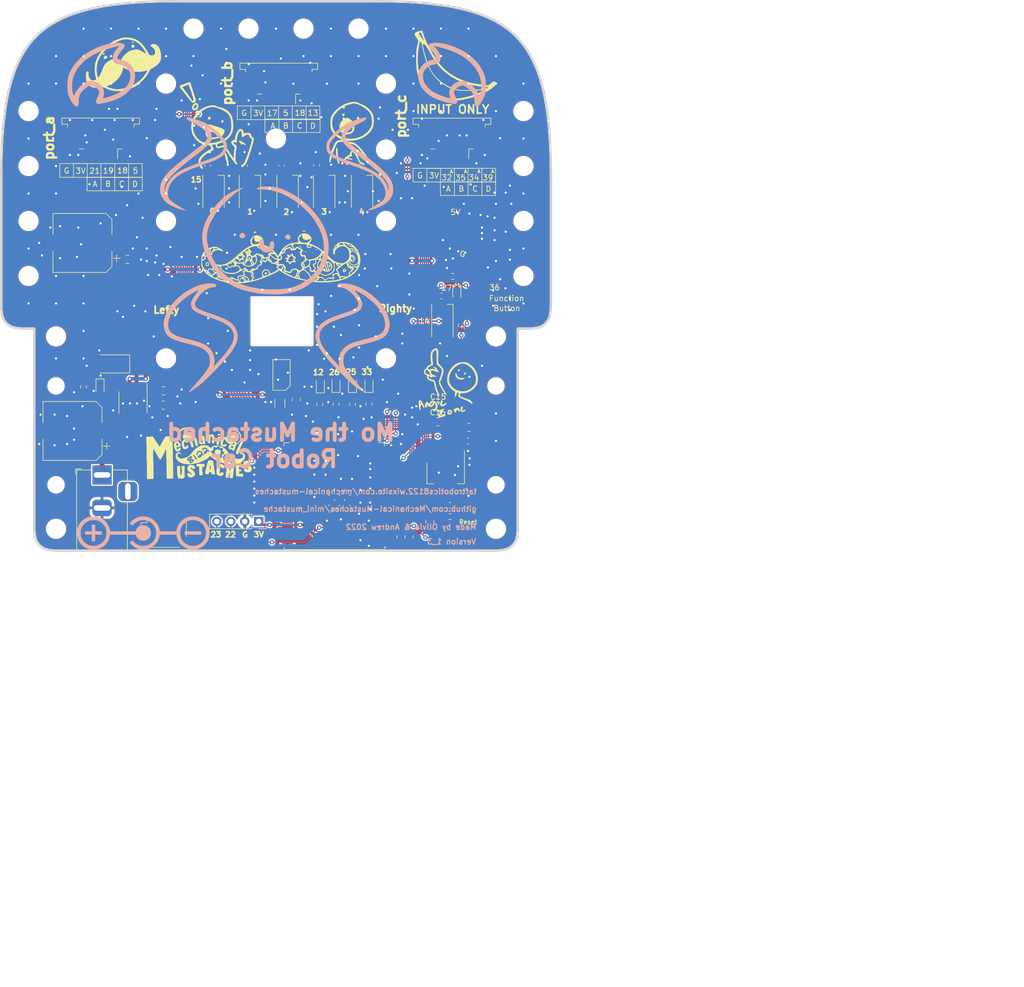
<source format=kicad_pcb>
(kicad_pcb (version 20211014) (generator pcbnew)
  (title_block (date "2021-06-25") (rev "1.0P") (company "EVEZOR"))
  (layers (0 "F.Cu" signal) (31 "B.Cu" signal) (34 "B.Paste" user) (35 "F.Paste" user) (36 "B.SilkS" user "B.Silkscreen") (37 "F.SilkS" user "F.Silkscreen") (38 "B.Mask" user) (39 "F.Mask" user) (44 "Edge.Cuts" user))
  (net 0 "")
  (net 1 "Net-(D1-Pad1)")
  (net 2 "/SERVO_0")
  (net 3 "/SERVO_1")
  (net 4 "GND")
  (net 5 "/LCD_SCL")
  (net 6 "/LCD_SDA")
  (net 7 "+3V3")
  (net 8 "Net-(D3-Pad1)")
  (net 9 "/RESET")
  (net 10 "/NEO_STATUS")
  (net 11 "/VREG_OUT")
  (net 12 "/FUNCTION_BUTTON")
  (net 13 "/HBT_LED")
  (net 15 "VBUS")
  (net 16 "/NEO_BAR")
  (net 17 "/TXDO")
  (net 18 "/RXD0")
  (net 19 "Net-(D4-Pad1)")
  (net 20 "Net-(D5-Pad1)")
  (net 21 "/BOOT")
  (net 22 "Net-(D10-Pad3)")
  (net 23 "Net-(D10-Pad1)")
  (net 25 "Net-(J8-Pad1)")
  (net 26 "Net-(J8-Pad2)")
  (net 27 "/SDA")
  (net 30 "Net-(D8-Pad1)")
  (net 32 "/ANALOG_B")
  (net 33 "/ANALOG_A")
  (net 34 "/ANALOG_D")
  (net 35 "/ANALOG_C")
  (net 36 "/INPUT_A")
  (net 37 "/INPUT_C")
  (net 38 "/INPUT_B")
  (net 40 "/INPUT_D")
  (net 43 "/CAN_SLP")
  (net 44 "/SCL")
  (net 45 "Net-(D12-Pad1)")
  (net 46 "Net-(D13-Pad1)")
  (net 47 "Net-(D14-Pad1)")
  (net 48 "Net-(D15-Pad1)")
  (net 50 "/MOTOR_R_2")
  (net 51 "/MOTOR_R_1")
  (net 52 "/MOTOR_L_1")
  (net 53 "/MOTOR_L_2")
  (net 54 "Net-(J16-Pad1)")
  (net 55 "Net-(J16-Pad2)")
  (footprint "MountingHole:MountingHole_3.2mm_M3_ISO14580" (layer "F.Cu") (at 110 146)
    (fp_text reference "H14")
    (fp_text value "MountingHole")
  )
  (footprint "Resistor_SMD:R_0603_1608Metric" (layer "F.Cu") (at 115 120.175 90)
    (fp_text reference "R7" hide)
    (fp_text value "82k")
  )
  (footprint "MountingHole:MountingHole_3.2mm_M3_ISO14580" (layer "F.Cu") (at 195 70)
    (fp_text reference "H25")
    (fp_text value "MountingHole")
  )
  (footprint "MountingHole:MountingHole_2.7mm_M2.5_ISO14580" (layer "F.Cu") (at 110 138)
    (fp_text reference "H24" hide)
    (fp_text value "MountingHole")
  )
  (footprint "MountingHole:MountingHole_3.2mm_M3_ISO14580" (layer "F.Cu") (at 130 115)
    (fp_text reference "H1")
    (fp_text value "MountingHole")
  )
  (footprint "Capacitor_SMD:C_0603_1608Metric" (layer "F.Cu") (at 157.364648 79.864648 -90)
    (fp_text reference "C21" hide)
    (fp_text value ".1uF")
  )
  (footprint "Capacitor_SMD:C_0805_2012Metric" (layer "F.Cu") (at 129.5475 120.895)
    (fp_text reference "C17" hide)
    (fp_text value ".1uF 100V")
  )
  (footprint "LED_SMD:LED_0603_1608Metric" (layer "F.Cu") (at 163.91 119.701 90)
    (fp_text reference "D14" hide)
    (fp_text value "LED")
  )
  (footprint "Capacitor_SMD:C_0805_2012Metric" (layer "F.Cu") (at 123 97)
    (fp_text reference "C4" hide)
    (fp_text value "4.7uF 100V")
  )
  (footprint "Resistor_SMD:R_0603_1608Metric" (layer "F.Cu") (at 163.91 123.3765 90)
    (fp_text reference "R9" hide)
    (fp_text value "10k")
  )
  (footprint "Symbol:Mustache20mm" (layer "F.Cu") (at 135.91 132.92)
    (fp_text reference "G***" hide)
    (fp_text value "LOGO" hide)
  )
  (footprint "MountingHole:MountingHole_3.2mm_M3_ISO14580" (layer "F.Cu") (at 170 65)
    (fp_text reference "H3")
    (fp_text value "MountingHole")
  )
  (footprint "LED_SMD:LED_0603_1608Metric" (layer "F.Cu") (at 118 120.2125 -90)
    (fp_text reference "D8" hide)
    (fp_text value "LED")
  )
  (footprint "Capacitor_SMD:C_0805_2012Metric" (layer "F.Cu") (at 185.08 127.55)
    (fp_text reference "C13" hide)
    (fp_text value "22uF")
  )
  (footprint "MountingHole:MountingHole_2.7mm_M2.5_ISO14580" (layer "F.Cu") (at 110 120)
    (fp_text reference "H21" hide)
    (fp_text value "MountingHole")
  )
  (footprint "MountingHole:MountingHole_3.2mm_M3_ISO14580" (layer "F.Cu") (at 170 90)
    (fp_text reference "H9")
    (fp_text value "MountingHole")
  )
  (footprint "MountingHole:MountingHole_3.2mm_M3_ISO14580" (layer "F.Cu") (at 150 75)
    (fp_text reference "H4")
    (fp_text value "MountingHole")
  )
  (footprint "LED_SMD:LED_SK6812MINI_PLCC4_3.5x3.5mm_P1.75mm" (layer "F.Cu") (at 158.764648 84.614648 90)
    (fp_text reference "D10")
    (fp_text value "SK6812MINI")
  )
  (footprint "Capacitor_SMD:C_0603_1608Metric" (layer "F.Cu") (at 184.88 130.03 180)
    (fp_text reference "C12" hide)
    (fp_text value ".1uF")
  )
  (footprint "LED_SMD:LED_SK6812MINI_PLCC4_3.5x3.5mm_P1.75mm" (layer "F.Cu") (at 180.264 108.123 90)
    (fp_text reference "D6")
    (fp_text value "SK6812MINI")
  )
  (footprint "Capacitor_SMD:CP_Elec_10x10.5" (layer "F.Cu") (at 114.8 94 180)
    (fp_text reference "C3" hide)
    (fp_text value "220uF")
  )
  (footprint "Button_Switch_SMD:SWITCH_2x3_SMD_TACTILE_GREEN" (layer "F.Cu") (at 186.45 102.98 90)
    (fp_text reference "SW1")
    (fp_text value "SW_Push")
  )
  (footprint "MountingHole:MountingHole_2.7mm_M2.5_ISO14580" (layer "F.Cu") (at 190 138)
    (fp_text reference "H23" hide)
    (fp_text value "MountingHole")
  )
  (footprint "MountingHole:MountingHole_3.2mm_M3_ISO14580" (layer "F.Cu") (at 165 55)
    (fp_text reference "H2")
    (fp_text value "MountingHole")
  )
  (footprint "MountingHole:MountingHole_3.2mm_M3_ISO14580" (layer "F.Cu") (at 105 100)
    (fp_text reference "H17")
    (fp_text value "MountingHole")
  )
  (footprint "LED_SMD:LED_0603_1608Metric" (layer "F.Cu") (at 160.91 119.701 90)
    (fp_text reference "D13" hide)
    (fp_text value "LED")
  )
  (footprint "Diode_SMD:D_SMA" (layer "F.Cu") (at 120 116 180)
    (fp_text reference "D1" hide)
    (fp_text value "SX35_SCHOTTKY")
  )
  (footprint "Resistor_SMD:R_0603_1608Metric" (layer "F.Cu") (at 182.118 100.076)
    (fp_text reference "R5" hide)
    (fp_text value "10k")
  )
  (footprint "Connector_JST:JST_XH_2_VERTICAL" (layer "F.Cu") (at 136 105.7 -90)
    (fp_text reference "J8")
    (fp_text value "Conn_01x02_MountingPin")
  )
  (footprint "Drawing:mustache" (layer "F.Cu") (at 150.795946 101.273401)
    (fp_text reference "G***")
    (fp_text value "LOGO" hide)
  )
  (footprint "MountingHole:MountingHole_3.2mm_M3_ISO14580" (layer "F.Cu") (at 170 115)
    (fp_text reference "H6")
    (fp_text value "MountingHole")
  )
  (footprint "MountingHole:MountingHole_3.2mm_M3_ISO14580" (layer "F.Cu") (at 130 90)
    (fp_text reference "H7")
    (fp_text value "MountingHole")
  )
  (footprint "LED_SMD:LED_SK6812MINI_PLCC4_3.5x3.5mm_P1.75mm" (layer "F.Cu") (at 152.104648 84.614648 90)
    (fp_text reference "D9")
    (fp_text value "SK6812MINI")
  )
  (footprint "Connector_JST:JST_XH_2_VERTICAL" (layer "F.Cu") (at 188.95 91.35 90)
    (fp_text reference "J7")
    (fp_text value "Conn_01x02_MountingPin")
  )
  (footprint "MountingHole:MountingHole_3.2mm_M3_ISO14580" (layer "F.Cu") (at 195 80)
    (fp_text reference "H18")
    (fp_text value "MountingHole")
  )
  (footprint "LED_SMD:LED_0603_1608Metric" (layer "F.Cu") (at 158.052 119.794 90)
    (fp_text reference "D12" hide)
    (fp_text value "LED")
  )
  (footprint "MountingHole:MountingHole_3.2mm_M3_ISO14580" (layer "F.Cu") (at 110 111)
    (fp_text reference "H29")
    (fp_text value "MountingHole")
  )
  (footprint "RF_Module:ESP32-WROOM-32U_evezor" (layer "F.Cu") (at 160.58 140.04 180)
    (fp_text reference "U3")
    (fp_text value "ESP32-WROOM-32U")
  )
  (footprint "Connector_FFC-FPC:TE_84952-6_1x06-1MP_P1.0mm_Horizontal" (layer "F.Cu") (at 150.51 66 180)
    (fp_text reference "J3" hide)
    (fp_text value "Conn_01x06_MountingPin")
  )
  (footprint "MountingHole:MountingHole_3.2mm_M3_ISO14580" (layer "F.Cu") (at 170 77)
    (fp_text reference "H26" hide)
    (fp_text value "MountingHole")
  )
  (footprint "LED_SMD:LED_SK6812MINI_PLCC4_3.5x3.5mm_P1.75mm" (layer "F.Cu") (at 165.639648 84.614648 90)
    (fp_text reference "D11")
    (fp_text value "SK6812MINI")
  )
  (footprint "Package_TO_SOT_SMD:SOT-223-3_TabPin2" (layer "F.Cu") (at 180.848 135.89 -90)
    (fp_text reference "U2" hide)
    (fp_text value "AMS1117-3.3")
  )
  (footprint "LED_SMD:LED_SK6812MINI_PLCC4_3.5x3.5mm_P1.75mm" (layer "F.Cu") (at 145.264648 84.614648 90)
    (fp_text reference "D5")
    (fp_text value "SK6812MINI")
  )
  (footprint "Capacitor_SMD:C_0603_1608Metric" (layer "F.Cu") (at 144.264648 79.914648 -90)
    (fp_text reference "C8" hide)
    (fp_text value ".1uF")
  )
  (footprint "MountingHole:MountingHole_3.2mm_M3_ISO14580" (layer "F.Cu") (at 145 55)
    (fp_text reference "H16")
    (fp_text value "MountingHole")
  )
  (footprint "MountingHole:MountingHole_3.2mm_M3_ISO14580" (layer "F.Cu") (at 195 90)
    (fp_text reference "H20")
    (fp_text value "MountingHole")
  )
  (footprint "MountingHole:MountingHole_3.2mm_M3_ISO14580" (layer "F.Cu") (at 135 55)
    (fp_text reference "H8")
    (fp_text value "MountingHole")
  )
  (footprint "Resistor_SMD:R_0603_1608Metric" (layer "F.Cu") (at 160.91 123.3515 90)
    (fp_text reference "R8" hide)
    (fp_text value "10k")
  )
  (footprint "Capacitor_SMD:C_0805_2012Metric" (layer "F.Cu") (at 172.72 147.49 -90)
    (fp_text reference "C11" hide)
    (fp_text value "22uF")
  )
  (footprint "Package_SO:SOIC-10_LV8548MC-AH_evezor" (layer "F.Cu") (at 151 118 90)
    (fp_text reference "U4")
    (fp_text value "MOTOR_DRIVER-LV8548MC-AH")
  )
  (footprint "Capacitor_SMD:C_0805_2012Metric" (layer "F.Cu") (at 175.69 147.49 -90)
    (fp_text reference "C14" hide)
    (fp_text value "22uF")
  )
  (footprint "MountingHole:MountingHole_3.2mm_M3_ISO14580" (layer "F.Cu") (at 105 90)
    (fp_text reference "H5")
    (fp_text value "MountingHole")
  )
  (footprint "MountingHole:MountingHole_3.2mm_M3_ISO14580" (layer "F.Cu") (at 130 65)
    (fp_text reference "H11")
    (fp_text value "MountingHole")
  )
  (footprint "MountingHole:MountingHole_3.2mm_M3_ISO14580" (layer "F.Cu") (at 190 111)
    (fp_text reference "H28")
    (fp_text value "MountingHole")
  )
  (footprint "Capacitor_SMD:C_0805_2012Metric" (layer "F.Cu") (at 179.42 126.51)
    (fp_text reference "C16")
    (fp_text value "22uF")
  )
  (footprint "Capacitor_SMD:CP_Elec_10x10.5" (layer "F.Cu") (at 113 128.2 180)
    (fp_text reference "C1" hide)
    (fp_text value "220uF")
  )
  (footprint "Connector_BarrelJack:BarrelJack_Horizontal" (layer "F.Cu") (at 118.364 136.2 90)
    (fp_text reference "J4" hide)
    (fp_text value "Barrel_Jack")
  )
  (footprint "Capacitor_SMD:C_0603_1608Metric" (layer "F.Cu") (at 151.004648 79.914648 -90)
    (fp_text reference "C18" hide)
    (fp_text value ".1uF")
  )
  (footprint "Button_Switch_SMD:SWITCH_2x3_SMD_TACTILE_GREEN" (layer "F.Cu") (at 182.52 147.57)
    (fp_text reference "SW2")
    (fp_text value "SW_Push")
  )
  (footprint "Capacitor_SMD:C_0805_2012Metric" (layer "F.Cu") (at 129.5 123.5)
    (fp_text reference "C2" hide)
    (fp_text value "4.7uF 100V")
  )
  (footprint "MountingHole:MountingHole_3.2mm_M3_ISO14580" (layer "F.Cu") (at 105 70)
    (fp_text reference "H13")
    (fp_text value "MountingHole")
  )
  (footprint "Resistor_SMD:R_0603_1608Metric" (layer "F.Cu") (at 166.91 123.2915 90)
    (fp_text reference "R10" hide)
    (fp_text value "10k")
  )
  (footprint "Capacitor_SMD:C_1206_3216Metric" (layer "F.Cu") (at 150.7 123.145 -90)
    (fp_text reference "C6" hide)
    (fp_text value "10uF 50V")
  )
  (footprint "Inductor_SMD:INDUCTOR-68uH" (layer "F.Cu") (at 122 106.25 -90)
    (fp_text reference "L1")
    (fp_text value "68uF")
  )
  (footprint "Connector_JST:JST_SH_SM06B-SRSS-TB_1x06-1MP_P1.00mm_Horizontal" (layer "F.Cu") (at 129.58 146.68)
    (fp_text reference "J2" hide)
    (fp_text value "ftdi_conn")
  )
  (footprint "Connector_FFC-FPC:TE_84952-6_1x06-1MP_P1.0mm_Horizontal" (layer "F.Cu") (at 181.99 76 180)
    (fp_text reference "J1" hide)
    (fp_text value "Conn_01x06_MountingPin")
  )
  (footprint "MountingHole:MountingHole_3.2mm_M3_ISO14580" (layer "F.Cu") (at 155 55)
    (fp_text reference "H10")
    (fp_text value "MountingHole")
  )
  (footprint "Connector_FFC-FPC:TE_84952-6_1x06-1MP_P1.0mm_Horizontal" (layer "F.Cu") (at 118.13 75.98 180)
    (fp_text reference "J6" hide)
    (fp_text value "Conn_01x06_MountingPin")
  )
  (footprint "Resistor_SMD:R_0603_1608Metric" (layer "F.Cu") (at 183.69 108.95 90)
    (fp_text reference "R3" hide)
    (fp_text value "10k")
  )
  (footprint "MountingHole:MountingHole_3.2mm_M3_ISO14580" (layer "F.Cu") (at 190 146)
    (fp_text reference "H19")
    (fp_text value "MountingHole")
  )
  (footprint "Capacitor_SMD:C_0805_2012Metric" (layer "F.Cu") (at 153.7 122.5 -90)
    (fp_text reference "C5" hide)
    (fp_text value ".1uF 100V")
  )
  (footprint "Capacitor_SMD:C_0603_1608Metric" (layer "F.Cu") (at 180.086 103.632)
    (fp_text reference "C10" hide)
    (fp_text value ".1uF")
  )
  (footprint "MountingHole:MountingHole_3.2mm_M3_ISO14580" (layer "F.Cu") (at 130 77)
    (fp_text reference "H27" hide)
    (fp_text value "MountingHole")
  )
  (footprint "LED_SMD:LED_0603_1608Metric" (layer "F.Cu") (at 182.88 103.124 -90)
    (fp_text reference "D3" hide)
    (fp_text value "LED")
  )
  (footprint "Connector_JST:JST_XH_2_VERTICAL" (layer "F.Cu") (at 166.8 106.35 90)
    (fp_text reference "J16")
    (fp_text value "Conn_01x02_MountingPin")
  )
  (footprint "Connector_PinSocket_2.54mm:PinSocket_1x04_P2.54mm_Vertical" (layer "F.Cu") (at 146.86 144.66 -90)
    (fp_text reference "J5" hide)
    (fp_text value "Conn_01x04")
  )
  (footprint "Resistor_SMD:R_0603_1608Metric" (layer "F.Cu") (at 181.66 143.79 180)
    (fp_text reference "R6" hide)
    (fp_text value "10k")
  )
  (footprint "LED_SMD:LED_0603_1608Metric" (layer "F.Cu") (at 166.91 119.701 90)
    (fp_text reference "D15" hide)
    (fp_text value "LED")
  )
  (footprint "Capacitor_SMD:C_0603_1608Metric" (layer "F.Cu") (at 164.76 79.7 -90)
    (fp_text reference "C22" hide)
    (fp_text value ".1uF")
  )
  (footprint "Capacitor_SMD:C_0603_1608Metric" (layer "F.Cu") (at 137.589648 79.914648 90)
    (fp_text reference "C14" hide)
    (fp_text value ".1uF")
  )
  (footprint "MountingHole:MountingHole_3.2mm_M3_ISO14580" (layer "F.Cu") (at 105 80)
    (fp_text reference "H12")
    (fp_text value "MountingHole")
  )
  (footprint "Capacitor_SMD:C_0603_1608Metric" (layer "F.Cu") (at 181.62 141.72 180)
    (fp_text reference "C9" hide)
    (fp_text value ".1uF")
  )
  (footprint "Resistor_SMD:R_0603_1608Metric" (layer "F.Cu") (at 157.962 123.3765 90)
    (fp_text reference "R4" hide)
    (fp_text value "10k")
  )
  (footprint "MountingHole:MountingHole_2.7mm_M2.5_ISO14580" (layer "F.Cu") (at 190 120)
    (fp_text reference "H22" hide)
    (fp_text value "MountingHole")
  )
  (footprint "Package_SO:SOIC-8_3.9x4.9mm_P1.27mm" (layer "F.Cu") (at 124 123 -90)
    (fp_text reference "U1" hide)
    (fp_text value "XL1509")
  )
  (footprint "LED_SMD:LED_SK6812MINI_PLCC4_3.5x3.5mm_P1.75mm" (layer "F.Cu") (at 138.639648 84.614648 90)
    (fp_text reference "D4")
    (fp_text value "SK6812MINI")
  )
  (footprint "Capacitor_SMD:C_0805_2012Metric" (layer "F.Cu") (at 178 144.69 90)
    (fp_text reference "C7" hide)
    (fp_text value "22uF")
  )
  (footprint "MountingHole:MountingHole_3.2mm_M3_ISO14580" (layer "F.Cu") (at 195 100)
    (fp_text reference "H15")
    (fp_text value "MountingHole")
  )
  (footprint "Capacitor_SMD:C_0805_2012Metric" (layer "F.Cu") (at 179.48 123.67)
    (fp_text reference "C15")
    (fp_text value "22uF")
  )
  (footprint "Drawing:backside" (layer "B.Cu") (at 150.791333 102.357578 180)
    (fp_text reference "G***" hide)
    (fp_text value "LOGO" hide)
  )
  (footprint "Symbol:Polarity_Center_Positive_6mm_SilkScreen" (layer "B.Cu") (at 125.86 146.76 180)
    (fp_text reference "REF**" hide)
    (fp_text value "Polarity_Center_Positive_6mm_SilkScreen" hide)
  )
  (gr_rect (start 189.925 82.905) (end 174.925 80.405) (layer "F.SilkS") (width 0.12) (fill none))
  (gr_line (start 182.44 82.85) (end 182.44 85.35) (layer "F.SilkS") (width 0.12))
  (gr_line (start 120.675 79.555) (end 118.175 79.555) (layer "F.SilkS") (width 0.12))
  (gr_line (start 179.925 82.905) (end 179.925 80.405) (layer "F.SilkS") (width 0.12))
  (gr_line (start 184.925 80.405) (end 182.425 80.405) (layer "F.SilkS") (width 0.12))
  (gr_line (start 120.67 84.49) (end 120.67 81.99) (layer "F.SilkS") (width 0.12))
  (gr_line (start 150.46 71.56) (end 150.46 69.06) (layer "F.SilkS") (width 0.12))
  (gr_line (start 150.53 71.39) (end 150.53 73.89) (layer "F.SilkS") (width 0.12))
  (gr_line (start 123.175 79.555) (end 123.175 82.055) (layer "F.SilkS") (width 0.12))
  (gr_line (start 177.425 80.405) (end 177.425 82.905) (layer "F.SilkS") (width 0.12))
  (gr_rect (start 125.68 84.49) (end 115.64 82.03) (layer "F.SilkS") (width 0.12) (fill none))
  (gr_line (start 187.44 85.36) (end 187.44 82.86) (layer "F.SilkS") (width 0.12))
  (gr_line (start 155.53 73.9) (end 155.53 71.4) (layer "F.SilkS") (width 0.12))
  (gr_line (start 184.92 85.36) (end 184.92 82.86) (layer "F.SilkS") (width 0.12))
  (gr_line (start 118.19 81.98) (end 118.19 84.48) (layer "F.SilkS") (width 0.12))
  (gr_line (start 187.425 80.405) (end 187.425 82.905) (layer "F.SilkS") (width 0.12))
  (gr_rect (start 125.675 82.055) (end 110.675 79.555) (layer "F.SilkS") (width 0.12) (fill none))
  (gr_line (start 145.46 69.06) (end 145.46 71.56) (layer "F.SilkS") (width 0.12))
  (gr_rect (start 157.96 71.56) (end 142.96 69.06) (layer "F.SilkS") (width 0.12) (fill none))
  (gr_line (start 118.175 82.055) (end 118.175 79.555) (layer "F.SilkS") (width 0.12))
  (gr_line (start 115.675 79.555) (end 113.175 79.555) (layer "F.SilkS") (width 0.12))
  (gr_line (start 187.425 82.905) (end 184.925 82.905) (layer "F.SilkS") (width 0.12))
  (gr_line (start 152.96 71.56) (end 152.96 69.06) (layer "F.SilkS") (width 0.12))
  (gr_line (start 120.675 82.055) (end 120.675 79.555) (layer "F.SilkS") (width 0.12))
  (gr_line (start 115.675 82.055) (end 115.675 79.555) (layer "F.SilkS") (width 0.12))
  (gr_line (start 113.175 79.555) (end 113.175 82.055) (layer "F.SilkS") (width 0.12))
  (gr_rect (start 189.93 85.36) (end 179.89 82.9) (layer "F.SilkS") (width 0.12) (fill none))
  (gr_line (start 123.19 84.49) (end 123.19 81.99) (layer "F.SilkS") (width 0.12))
  (gr_rect (start 158.02 73.9) (end 147.98 71.44) (layer "F.SilkS") (width 0.12) (fill none))
  (gr_line (start 179.925 80.405) (end 177.425 80.405) (layer "F.SilkS") (width 0.12))
  (gr_line (start 155.46 69.06) (end 155.46 71.56) (layer "F.SilkS") (width 0.12))
  (gr_line (start 182.425 82.905) (end 182.425 80.405) (layer "F.SilkS") (width 0.12))
  (gr_line (start 123.175 82.055) (end 120.675 82.055) (layer "F.SilkS") (width 0.12))
  (gr_line (start 147.96 71.56) (end 147.96 69.06) (layer "F.SilkS") (width 0.12))
  (gr_line (start 153.01 73.9) (end 153.01 71.4) (layer "F.SilkS") (width 0.12))
  (gr_line (start 184.925 82.905) (end 184.925 80.405) (layer "F.SilkS") (width 0.12))
  (gr_curve (pts (xy 191.814848 149.748579) (xy 192.093727 149.671161) (xy 192.285047 149.56941) (xy 192.478757 149.446802)) (layer "Edge.Cuts") (width 0.4))
  (gr_curve (pts (xy 131.896933 49.99) (xy 131.019282 49.994883) (xy 130.141631 49.999765) (xy 129.280261 50.016183)) (layer "Edge.Cuts") (width 0.4))
  (gr_curve (pts (xy 199.044315 108.624197) (xy 199.208918 108.459594) (xy 199.347701 108.269169) (xy 199.466802 108.080999)) (layer "Edge.Cuts") (width 0.4))
  (gr_curve (pts (xy 100.423947 72.35928) (xy 100.268125 73.851083) (xy 100.172244 75.294645) (xy 100.113487 76.82093)) (layer "Edge.Cuts") (width 0.4))
  (gr_curve (pts (xy 195.652875 58.868607) (xy 194.990409 57.851995) (xy 194.219968 56.962892) (xy 193.601816 56.336678)) (layer "Edge.Cuts") (width 0.4))
  (gr_curve (pts (xy 198.710668 66.630529) (xy 198.584025 66.060379) (xy 198.447471 65.506777) (xy 198.291745 64.952016)) (layer "Edge.Cuts") (width 0.4))
  (gr_curve (pts (xy 102.187067 63.457678) (xy 102.01869 63.95679) (xy 101.858462 64.476885) (xy 101.710232 65.017099)) (layer "Edge.Cuts") (width 0.4))
  (gr_curve (pts (xy 197.267397 61.95148) (xy 196.906802 61.106014) (xy 196.337497 59.91922) (xy 195.652875 58.868607)) (layer "Edge.Cuts") (width 0.4))
  (gr_curve (pts (xy 199.983817 79.260261) (xy 199.967874 78.423764) (xy 199.941053 77.602621) (xy 199.905269 76.793654)) (layer "Edge.Cuts") (width 0.4))
  (gr_line (start 193.987641 109.589883) (end 193.987641 146.127258) (layer "Edge.Cuts") (width 0.4))
  (gr_curve (pts (xy 103.471507 60.406178) (xy 103.200701 60.931659) (xy 102.944353 61.489378) (xy 102.72551 62.016937)) (layer "Edge.Cuts") (width 0.4))
  (gr_curve (pts (xy 113.412333 52.189345) (xy 112.945246 52.345223) (xy 112.533879 52.492738) (xy 111.97148 52.732603)) (layer "Edge.Cuts") (width 0.4))
  (gr_line (start 168.123067 49.99) (end 131.896933 49.99) (layer "Edge.Cuts") (width 0.4))
  (gr_line (start 193.987641 109.589883) (end 196.147258 109.589883) (layer "Edge.Cuts") (width 0.4))
  (gr_curve (pts (xy 177.64072 50.403947) (xy 176.148917 50.248125) (xy 174.705355 50.152244) (xy 173.17907 50.093487)) (layer "Edge.Cuts") (width 0.4))
  (gr_curve (pts (xy 100.94138 68.491982) (xy 100.767323 69.530436) (xy 100.569489 70.9659) (xy 100.423947 72.35928)) (layer "Edge.Cuts") (width 0.4))
  (gr_curve (pts (xy 183.3048 51.275003) (xy 182.744541 51.148707) (xy 182.219446 51.040624) (xy 181.508018 50.92138)) (layer "Edge.Cuts") (width 0.4))
  (gr_curve (pts (xy 114.972016 51.708255) (xy 114.433164 51.859515) (xy 113.893219 52.028862) (xy 113.412333 52.189345)) (layer "Edge.Cuts") (width 0.4))
  (gr_rect (start 145.58 112.54) (end 156.61 103.9) (layer "Edge.Cuts") (width 0.05) (fill none))
  (gr_curve (pts (xy 197.837208 109.348461) (xy 198.116086 109.271044) (xy 198.307407 109.169293) (xy 198.501117 109.046685)) (layer "Edge.Cuts") (width 0.4))
  (gr_curve (pts (xy 100.01 105.727141) (xy 100.071487 106.358777) (xy 100.132974 106.990413) (xy 100.251421 107.41709)) (layer "Edge.Cuts") (width 0.4))
  (gr_curve (pts (xy 124.497111 50.225644) (xy 123.762199 50.277039) (xy 123.040182 50.337775) (xy 122.330634 50.408923)) (layer "Edge.Cuts") (width 0.4))
  (gr_curve (pts (xy 192.478757 149.446802) (xy 192.666927 149.327701) (xy 192.857352 149.188918) (xy 193.021955 149.024315)) (layer "Edge.Cuts") (width 0.4))
  (gr_curve (pts (xy 199.466802 108.080999) (xy 199.58941 107.887289) (xy 199.691161 107.695969) (xy 199.768579 107.41709)) (layer "Edge.Cuts") (width 0.4))
  (gr_curve (pts (xy 100.553198 108.080999) (xy 100.672299 108.269169) (xy 100.811082 108.459594) (xy 100.975685 108.624197)) (layer "Edge.Cuts") (width 0.4))
  (gr_curve (pts (xy 101.710232 65.017099) (xy 101.557612 65.573312) (xy 101.417711 66.150853) (xy 101.295003 66.6952)) (layer "Edge.Cuts") (width 0.4))
  (gr_curve (pts (xy 118.447873 50.932577) (xy 117.841623 51.039157) (xy 117.237312 51.158995) (xy 116.650529 51.289332)) (layer "Edge.Cuts") (width 0.4))
  (gr_curve (pts (xy 200.01 81.876933) (xy 200.005117 80.999282) (xy 200.000235 80.121631) (xy 199.983817 79.260261)) (layer "Edge.Cuts") (width 0.4))
  (gr_curve (pts (xy 196.147258 109.589883) (xy 196.778894 109.528395) (xy 197.410531 109.466908) (xy 197.837208 109.348461)) (layer "Edge.Cuts") (width 0.4))
  (gr_curve (pts (xy 122.330634 50.408923) (xy 121.644999 50.477674) (xy 120.971008 50.556147) (xy 120.314221 50.644568)) (layer "Edge.Cuts") (width 0.4))
  (gr_curve (pts (xy 129.280261 50.016183) (xy 128.443764 50.032126) (xy 127.622621 50.058947) (xy 126.813654 50.094731)) (layer "Edge.Cuts") (width 0.4))
  (gr_line (start 200.01 105.727141) (end 200.01 81.876933) (layer "Edge.Cuts") (width 0.4))
  (gr_curve (pts (xy 197.810655 63.392333) (xy 197.654777 62.925246) (xy 197.507262 62.513879) (xy 197.267397 61.95148)) (layer "Edge.Cuts") (width 0.4))
  (gr_curve (pts (xy 107.541243 149.446802) (xy 107.734953 149.56941) (xy 107.926273 149.671161) (xy 108.205152 149.748579)) (layer "Edge.Cuts") (width 0.4))
  (gr_curve (pts (xy 199.067423 68.427873) (xy 198.960843 67.821623) (xy 198.841005 67.217312) (xy 198.710668 66.630529)) (layer "Edge.Cuts") (width 0.4))
  (gr_curve (pts (xy 199.768579 107.41709) (xy 199.887026 106.990413) (xy 199.948513 106.358777) (xy 200.01 105.727141)) (layer "Edge.Cuts") (width 0.4))
  (gr_curve (pts (xy 199.905269 76.793654) (xy 199.870572 76.009254) (xy 199.827448 75.236302) (xy 199.774356 74.477111)) (layer "Edge.Cuts") (width 0.4))
  (gr_curve (pts (xy 190.124899 149.99) (xy 190.756535 149.928513) (xy 191.388171 149.867026) (xy 191.814848 149.748579)) (layer "Edge.Cuts") (width 0.4))
  (gr_curve (pts (xy 193.444443 148.481117) (xy 193.567051 148.287407) (xy 193.668802 148.096086) (xy 193.746219 147.817208)) (layer "Edge.Cuts") (width 0.4))
  (gr_curve (pts (xy 102.182792 109.348461) (xy 102.609469 109.466908) (xy 103.241106 109.528395) (xy 103.872742 109.589883)) (layer "Edge.Cuts") (width 0.4))
  (gr_curve (pts (xy 106.998045 149.024315) (xy 107.162648 149.188918) (xy 107.353073 149.327701) (xy 107.541243 149.446802)) (layer "Edge.Cuts") (width 0.4))
  (gr_curve (pts (xy 187.983063 52.70551) (xy 187.491991 52.501803) (xy 187.027052 52.330592) (xy 186.542322 52.167067)) (layer "Edge.Cuts") (width 0.4))
  (gr_curve (pts (xy 184.982901 51.690232) (xy 184.426688 51.537612) (xy 183.849147 51.397711) (xy 183.3048 51.275003)) (layer "Edge.Cuts") (width 0.4))
  (gr_curve (pts (xy 199.774356 74.477111) (xy 199.722961 73.742199) (xy 199.662225 73.020182) (xy 199.591077 72.310634)) (layer "Edge.Cuts") (width 0.4))
  (gr_curve (pts (xy 108.888607 54.347125) (xy 107.871995 55.009591) (xy 106.982892 55.780032) (xy 106.356678 56.398184)) (layer "Edge.Cuts") (width 0.4))
  (gr_curve (pts (xy 193.601816 56.336678) (xy 193.167781 55.896983) (xy 192.808826 55.586895) (xy 192.403199 55.267091)) (layer "Edge.Cuts") (width 0.4))
  (gr_curve (pts (xy 116.650529 51.289332) (xy 116.080379 51.415975) (xy 115.526777 51.552529) (xy 114.972016 51.708255)) (layer "Edge.Cuts") (width 0.4))
  (gr_curve (pts (xy 193.746219 147.817208) (xy 193.864666 147.390531) (xy 193.926153 146.758894) (xy 193.987641 146.127258)) (layer "Edge.Cuts") (width 0.4))
  (gr_curve (pts (xy 102.72551 62.016937) (xy 102.521803 62.508009) (xy 102.350592 62.972948) (xy 102.187067 63.457678)) (layer "Edge.Cuts") (width 0.4))
  (gr_curve (pts (xy 106.575557 148.481117) (xy 106.694659 148.669286) (xy 106.833441 148.859711) (xy 106.998045 149.024315)) (layer "Edge.Cuts") (width 0.4))
  (gr_curve (pts (xy 198.501117 109.046685) (xy 198.689286 108.927583) (xy 198.879711 108.788801) (xy 199.044315 108.624197)) (layer "Edge.Cuts") (width 0.4))
  (gr_curve (pts (xy 105.287091 57.596801) (xy 104.96336 58.007409) (xy 104.629672 58.465843) (xy 104.325367 58.932799)) (layer "Edge.Cuts") (width 0.4))
  (gr_curve (pts (xy 192.403199 55.267091) (xy 191.992591 54.94336) (xy 191.534157 54.609672) (xy 191.067201 54.305367)) (layer "Edge.Cuts") (width 0.4))
  (gr_curve (pts (xy 106.356678 56.398184) (xy 105.916983 56.832219) (xy 105.606895 57.191174) (xy 105.287091 57.596801)) (layer "Edge.Cuts") (width 0.4))
  (gr_line (start 106.032359 109.589883) (end 103.872742 109.589883) (layer "Edge.Cuts") (width 0.4))
  (gr_curve (pts (xy 199.355432 70.294221) (xy 199.270153 69.660769) (xy 199.17562 69.043322) (xy 199.067423 68.427873)) (layer "Edge.Cuts") (width 0.4))
  (gr_curve (pts (xy 100.975685 108.624197) (xy 101.140289 108.788801) (xy 101.330714 108.927583) (xy 101.518883 109.046685)) (layer "Edge.Cuts") (width 0.4))
  (gr_curve (pts (xy 189.593822 53.451507) (xy 189.068341 53.180701) (xy 188.510622 52.924353) (xy 187.983063 52.70551)) (layer "Edge.Cuts") (width 0.4))
  (gr_curve (pts (xy 101.518883 109.046685) (xy 101.712593 109.169293) (xy 101.903914 109.271044) (xy 102.182792 109.348461)) (layer "Edge.Cuts") (width 0.4))
  (gr_curve (pts (xy 101.295003 66.6952) (xy 101.168707 67.255459) (xy 101.060624 67.780554) (xy 100.94138 68.491982)) (layer "Edge.Cuts") (width 0.4))
  (gr_curve (pts (xy 191.067201 54.305367) (xy 190.592261 53.99586) (xy 190.108505 53.716748) (xy 189.593822 53.451507)) (layer "Edge.Cuts") (width 0.4))
  (gr_curve (pts (xy 108.205152 149.748579) (xy 108.631829 149.867026) (xy 109.263465 149.928513) (xy 109.895101 149.99)) (layer "Edge.Cuts") (width 0.4))
  (gr_curve (pts (xy 126.813654 50.094731) (xy 126.029254 50.129428) (xy 125.256302 50.172552) (xy 124.497111 50.225644)) (layer "Edge.Cuts") (width 0.4))
  (gr_curve (pts (xy 181.508018 50.92138) (xy 180.469564 50.747323) (xy 179.0341 50.549489) (xy 177.64072 50.403947)) (layer "Edge.Cuts") (width 0.4))
  (gr_curve (pts (xy 173.17907 50.093487) (xy 171.556092 50.031007) (xy 169.83958 50.010504) (xy 168.123067 49.99)) (layer "Edge.Cuts") (width 0.4))
  (gr_curve (pts (xy 120.314221 50.644568) (xy 119.680769 50.729847) (xy 119.063322 50.82438) (xy 118.447873 50.932577)) (layer "Edge.Cuts") (width 0.4))
  (gr_curve (pts (xy 100.251421 107.41709) (xy 100.328839 107.695969) (xy 100.43059 107.887289) (xy 100.553198 108.080999)) (layer "Edge.Cuts") (width 0.4))
  (gr_curve (pts (xy 106.273781 147.817208) (xy 106.351198 148.096086) (xy 106.452949 148.287407) (xy 106.575557 148.481117)) (layer "Edge.Cuts") (width 0.4))
  (gr_curve (pts (xy 100.113487 76.82093) (xy 100.051007 78.443908) (xy 100.030504 80.16042) (xy 100.01 81.876933)) (layer "Edge.Cuts") (width 0.4))
  (gr_curve (pts (xy 106.032359 146.127258) (xy 106.093847 146.758894) (xy 106.155334 147.390531) (xy 106.273781 147.817208)) (layer "Edge.Cuts") (width 0.4))
  (gr_curve (pts (xy 199.591077 72.310634) (xy 199.522326 71.624999) (xy 199.443853 70.951008) (xy 199.355432 70.294221)) (layer "Edge.Cuts") (width 0.4))
  (gr_curve (pts (xy 193.021955 149.024315) (xy 193.186559 148.859711) (xy 193.325341 148.669286) (xy 193.444443 148.481117)) (layer "Edge.Cuts") (width 0.4))
  (gr_curve (pts (xy 111.97148 52.732603) (xy 111.126014 53.093198) (xy 109.93922 53.662503) (xy 108.888607 54.347125)) (layer "Edge.Cuts") (width 0.4))
  (gr_line (start 100.01 105.727141) (end 100.01 81.876933) (layer "Edge.Cuts") (width 0.4))
  (gr_curve (pts (xy 186.542322 52.167067) (xy 186.04321 51.99869) (xy 185.523115 51.838462) (xy 184.982901 51.690232)) (layer "Edge.Cuts") (width 0.4))
  (gr_line (start 190.124899 149.99) (end 109.895101 149.99) (layer "Edge.Cuts") (width 0.4))
  (gr_curve (pts (xy 104.325367 58.932799) (xy 104.01586 59.407739) (xy 103.736748 59.891495) (xy 103.471507 60.406178)) (layer "Edge.Cuts") (width 0.4))
  (gr_line (start 106.032359 146.127258) (end 106.032359 109.589883) (layer "Edge.Cuts") (width 0.4))
  (gr_curve (pts (xy 198.291745 64.952016) (xy 198.140485 64.413164) (xy 197.971138 63.873219) (xy 197.810655 63.392333)) (layer "Edge.Cuts") (width 0.4))
  (gr_text "Mo the Mustached \nRobot Car" (at 149.74 130.9) (layer "B.SilkS") (effects (font (size 3 3) (thickness 0.7)) (justify mirror)))
  (gr_text "taftrobotics8122.wixsite.com/mechanical-mustaches" (at 166.33 139.2) (layer "B.SilkS") (effects (font (size 1 1) (thickness 0.2)) (justify mirror)))
  (gr_text "Made by Olivia & Andrew 2022" (at 174.56 145.67) (layer "B.SilkS") (effects (font (size 1 1) (thickness 0.2)) (justify mirror)))
  (gr_text "github.com/Mechanical-Mustaches/mini_mustache" (at 167.1 142.37) (layer "B.SilkS") (effects (font (size 1 1) (thickness 0.2)) (justify mirror)))
  (gr_text "Version 1_3" (at 181.93 148.33) (layer "B.SilkS") (effects (font (size 1 1) (thickness 0.2)) (justify mirror)))
  (gr_text "B" (at 183.69 84.13) (layer "F.SilkS") (effects (font (size 1 1))))
  (gr_text "1" (at 145.275 88.28) (layer "F.SilkS") (effects (font (size 1 1) (thickness 0.25))))
  (gr_text "B" (at 119.44 83.26) (layer "F.SilkS") (effects (font (size 1 1))))
  (gr_text "port_b" (at 141.13 64.95 90) (layer "F.SilkS") (effects (font (size 1.7 1.7) (thickness 0.425))))
  (gr_text "3" (at 158.75 88.305) (layer "F.SilkS") (effects (font (size 1 1) (thickness 0.25))))
  (gr_text "18" (at 154.36 70.335) (layer "F.SilkS") (effects (font (size 1 1))))
  (gr_text "35" (at 183.56 82.14) (layer "F.SilkS") (effects (font (size 1 1))))
  (gr_text "A" (at 149.43 72.7) (layer "F.SilkS") (effects (font (size 1 1))))
  (gr_text "Reset" (at 184.94 144.76) (layer "F.SilkS") (effects (font (size 0.8 0.8))))
  (gr_text "17" (at 149.31 70.385) (layer "F.SilkS") (effects (font (size 1 1))))
  (gr_text "port_c" (at 172.74 70.93 90) (layer "F.SilkS") (effects (font (size 1.7 1.7) (thickness 0.425))))
  (gr_text "25" (at 163.66 117.47) (layer "F.SilkS") (effects (font (size 1 1) (thickness 0.25))))
  (gr_text "Button" (at 191.98 105.87) (layer "F.SilkS") (effects (font (size 1 1))))
  (gr_text "3V" (at 146.76 70.385) (layer "F.SilkS") (effects (font (size 1 1))))
  (gr_text "0" (at 138.43 88.23) (layer "F.SilkS") (effects (font (size 1 1) (thickness 0.25))))
  (gr_text "G" (at 111.925 80.855) (layer "F.SilkS") (effects (font (size 1 1))))
  (gr_text "INPUT ONLY" (at 182.12 69.69) (layer "F.SilkS") (effects (font (size 1.5 1.5) (thickness 0.3))))
  (gr_text "port_a" (at 108.74 74.88 90) (layer "F.SilkS") (effects (font (size 1.7 1.7) (thickness 0.425))))
  (gr_text "26" (at 160.6 117.52) (layer "F.SilkS") (effects (font (size 1 1) (thickness 0.25))))
  (gr_text "4" (at 165.608 88.33) (layer "F.SilkS") (effects (font (size 1 1) (thickness 0.25))))
  (gr_text "33" (at 166.52 117.47) (layer "F.SilkS") (effects (font (size 1 1) (thickness 0.25))))
  (gr_text "D" (at 156.7 72.7) (layer "F.SilkS") (effects (font (size 1 1))))
  (gr_text "A" (at 189.41 80.98) (layer "F.SilkS") (effects (font (size 0.6 0.6))))
  (gr_text "14" (at 177 108.204) (layer "F.SilkS") (effects (font (size 1 1))))
  (gr_text "27" (at 181.05 102.17) (layer "F.SilkS") (effects (font (size 1 1))))
  (gr_text "D" (at 124.36 83.29) (layer "F.SilkS") (effects (font (size 1 1))))
  (gr_text "Function" (at 191.93 104.07) (layer "F.SilkS") (effects (font (size 1 1))))
  (gr_text "A" (at 181.91 81.01) (layer "F.SilkS") (effects (font (size 0.6 0.6))))
  (gr_text "A" (at 186.9 80.96) (layer "F.SilkS") (effects (font (size 0.6 0.6))))
  (gr_text "G" (at 144.21 70.36) (layer "F.SilkS") (effects (font (size 1 1))))
  (gr_text "3V" (at 178.725 81.73) (layer "F.SilkS") (effects (font (size 1 1))))
  (gr_text "G" (at 183.896 96.012) (layer "F.SilkS") (effects (font (size 1 1))))
  (gr_text "5" (at 151.785 70.36) (layer "F.SilkS") (effects (font (size 1 1))))
  (gr_text "23" (at 139.08 147.05) (layer "F.SilkS") (effects (font (size 1 1) (thickness 0.25))))
  (gr_text "D" (at 188.61 84.16) (layer "F.SilkS") (effects (font (size 1 1))))
  (gr_text "2" (at 151.892 88.355) (layer "F.SilkS") (effects (font (size 1 1) (thickness 0.25))))
  (gr_text "G" (at 176.175 81.705) (layer "F.SilkS") (effects (font (size 1 1))))
  (gr_text "19" (at 119.5 80.855) (layer "F.SilkS") (effects (font (size 1 1))))
  (gr_text "5V" (at 182.626 88.392) (layer "F.SilkS") (effects (font (size 1 1))))
  (gr_text "C" (at 121.96 83.26) (layer "F.SilkS") (effects (font (size 1 1))))
  (gr_text "Lefty" (at 130.048 106.172) (layer "F.SilkS") (effects (font (size 1.3 1.3) (thickness 0.325))))
  (gr_text "A" (at 181.34 84.16) (layer "F.SilkS") (effects (font (size 1 1))))
  (gr_text "Righty" (at 171.704 105.918) (layer "F.SilkS") (effects (font (size 1.3 1.3) (thickness 0.325))))
  (gr_text "22" (at 141.73 147.05) (layer "F.SilkS") (effects (font (size 1 1) (thickness 0.25))))
  (gr_text "C" (at 186.21 84.13) (layer "F.SilkS") (effects (font (size 1 1))))
  (gr_text "12" (at 157.69 117.53) (layer "F.SilkS") (effects (font (size 1 1) (thickness 0.25))))
  (gr_text "15" (at 135.48 82.46) (layer "F.SilkS") (effects (font (size 1 1) (thickness 0.25))))
  (gr_text "3V" (at 146.87 147.03) (layer "F.SilkS") (effects (font (size 1 1) (thickness 0.25))))
  (gr_text "32" (at 181.05 82.1) (layer "F.SilkS") (effects (font (size 1 1))))
  (gr_text "B" (at 151.78 72.67) (layer "F.SilkS") (effects (font (size 1 1))))
  (gr_text "18" (at 122.075 80.83) (layer "F.SilkS") (effects (font (size 1 1))))
  (gr_text "C" (at 154.3 72.67) (layer "F.SilkS") (effects (font (size 1 1))))
  (gr_text "3V" (at 114.475 80.88) (layer "F.SilkS") (effects (font (size 1 1))))
  (gr_text "39" (at 188.51 82.11) (layer "F.SilkS") (effects (font (size 1 1))))
  (gr_text "36" (at 189.75 102.1) (layer "F.SilkS") (effects (font (size 1 1))))
  (gr_text "21" (at 117.025 80.88) (layer "F.SilkS") (effects (font (size 1 1))))
  (gr_text "A" (at 184.46 80.99) (layer "F.SilkS") (effects (font (size 0.6 0.6))))
  (gr_text "G" (at 144.36 147.06) (layer "F.SilkS") (effects (font (size 1 1) (thickness 0.25))))
  (gr_text "34" (at 185.99 82.1) (layer "F.SilkS") (effects (font (size 1 1))))
  (gr_text "13" (at 156.735 70.36) (layer "F.SilkS") (effects (font (size 1 1))))
  (gr_text "5" (at 124.45 80.855) (layer "F.SilkS") (effects (font (size 1 1))))
  (gr_text "A" (at 117.09 83.29) (layer "F.SilkS") (effects (font (size 1 1))))
  (segment (start 123.9 116) (end 124.635 116.735) (width 0.7) (layer "F.Cu") (net 1))
  (segment (start 124.635 116.735) (end 124.635 120.525) (width 0.7) (layer "F.Cu") (net 1))
  (segment (start 122 116) (end 123.9 116) (width 0.7) (layer "F.Cu") (net 1))
  (segment (start 122 111) (end 122 116) (width 0.7) (layer "F.Cu") (net 1))
  (segment (start 132.900961 111.707793) (end 147.63192 126.438752) (width 0.2) (layer "F.Cu") (net 2))
  (segment (start 147.63192 126.438752) (end 147.63192 135.43992) (width 0.2) (layer "F.Cu") (net 2))
  (segment (start 150.327 138.135) (end 152.08 138.135) (width 0.2) (layer "F.Cu") (net 2))
  (segment (start 132.90096 98.597256) (end 132.900961 111.707793) (width 0.2) (layer "F.Cu") (net 2))
  (segment (start 119.63 77.78) (end 119.63 85.326296) (width 0.2) (layer "F.Cu") (net 2))
  (segment (start 147.63192 135.43992) (end 150.327 138.135) (width 0.2) (layer "F.Cu") (net 2))
  (segment (start 119.63 85.326296) (end 132.90096 98.597256) (width 0.2) (layer "F.Cu") (net 2))
  (segment (start 150.327 136.865) (end 152.08 136.865) (width 0.2) (layer "F.Cu") (net 3))
  (segment (start 120.63 77.78) (end 120.63 85.832) (width 0.2) (layer "F.Cu") (net 3))
  (segment (start 147.98144 126.293976) (end 147.98144 134.51944) (width 0.2) (layer "F.Cu") (net 3))
  (segment (start 133.25048 98.45248) (end 133.25048 111.563016) (width 0.2) (layer "F.Cu") (net 3))
  (segment (start 133.25048 111.563016) (end 147.98144 126.293976) (width 0.2) (layer "F.Cu") (net 3))
  (segment (start 147.98144 134.51944) (end 150.327 136.865) (width 0.2) (layer "F.Cu") (net 3))
  (segment (start 120.63 85.832) (end 133.25048 98.45248) (width 0.2) (layer "F.Cu") (net 3))
  (via (at 146.05 138.684) (size 0.8) (drill 0.4) (layers "F.Cu" "B.Cu") (net 4))
  (via (at 124.206 105.41) (size 0.8) (drill 0.4) (layers "F.Cu" "B.Cu") (net 4))
  (via (at 146.05 141.224) (size 0.8) (drill 0.4) (layers "F.Cu" "B.Cu") (net 4))
  (via (at 187.452 92.202) (size 0.8) (drill 0.4) (layers "F.Cu" "B.Cu") (net 4))
  (via (at 140.998 98.64) (size 0.8) (drill 0.4) (layers "F.Cu" "B.Cu") (net 4))
  (via (at 132.842 68.072) (size 0.8) (drill 0.4) (layers "F.Cu" "B.Cu") (net 4))
  (via (at 174.752 125.73) (size 0.8) (drill 0.4) (layers "F.Cu" "B.Cu") (net 4))
  (via (at 141.986 117.094) (size 0.8) (drill 0.4) (layers "F.Cu" "B.Cu") (net 4))
  (via (at 120.396 124.46) (size 0.8) (drill 0.4) (layers "F.Cu" "B.Cu") (net 4))
  (via (at 185 55) (size 0.8) (drill 0.4) (layers "F.Cu" "B.Cu") (net 4))
  (via (at 141.478 84.074) (size 0.8) (drill 0.4) (layers "F.Cu" "B.Cu") (net 4))
  (via (at 156.464 82.042) (size 0.8) (drill 0.4) (layers "F.Cu" "B.Cu") (net 4))
  (via (at 135.382 122.936) (size 0.8) (drill 0.4) (layers "F.Cu" "B.Cu") (net 4))
  (via (at 115 55) (size 0.8) (drill 0.4) (layers "F.Cu" "B.Cu") (net 4))
  (via (at 165.608 120.65) (size 0.8) (drill 0.4) (layers "F.Cu" "B.Cu") (net 4))
  (via (at 159.258 114.046) (size 0.8) (drill 0.4) (layers "F.Cu" "B.Cu") (net 4))
  (via (at 128.016 97.536) (size 0.8) (drill 0.4) (layers "F.Cu" "B.Cu") (net 4))
  (via (at 172.974 112.268) (size 0.8) (drill 0.4) (layers "F.Cu" "B.Cu") (net 4))
  (via (at 145.288 115.316) (size 0.8) (drill 0.4) (layers "F.Cu" "B.Cu") (net 4))
  (via (at 135.89 86.868) (size 0.8) (drill 0.4) (layers "F.Cu" "B.Cu") (net 4))
  (via (at 121.158 106.426) (size 0.8) (drill 0.4) (layers "F.Cu" "B.Cu") (net 4))
  (via (at 130.81 94.742) (size 0.8) (drill 0.4) (layers "F.Cu" "B.Cu") (net 4))
  (via (at 126.492 97.282) (size 0.8) (drill 0.4) (layers "F.Cu" "B.Cu") (net 4))
  (via (at 161.29 128.778) (size 0.8) (drill 0.4) (layers "F.Cu" "B.Cu") (net 4))
  (via (at 175.768 127) (size 0.8) (drill 0.4) (layers "F.Cu" "B.Cu") (net 4))
  (via (at 185.38 83.34) (size 0.8) (drill 0.4) (layers "F.Cu" "B.Cu") (net 4))
  (via (at 153.162 65.024) (size 0.8) (drill 0.4) (layers "F.Cu" "B.Cu") (net 4))
  (via (at 130 55) (size 0.8) (drill 0.4) (layers "F.Cu" "B.Cu") (net 4))
  (via (at 174.752 123.952) (size 0.8) (drill 0.4) (layers "F.Cu" "B.Cu") (net 4))
  (via (at 164.92 132.78) (size 0.8) (drill 0.4) (layers "F.Cu" "B.Cu") (net 4))
  (via (at 162.56 86.614) (size 0.8) (drill 0.4) (layers "F.Cu" "B.Cu") (net 4))
  (via (at 190.754 100.584) (size 0.8) (drill 0.4) (layers "F.Cu" "B.Cu") (net 4))
  (via (at 170.942 130.81) (size 0.8) (drill 0.4) (layers "F.Cu" "B.Cu") (net 4))
  (via (at 147.828 62.738) (size 0.8) (drill 0.4) (layers "F.Cu" "B.Cu") (net 4))
  (via (at 128.27 96.266) (size 0.8) (drill 0.4) (layers "F.Cu" "B.Cu") (net 4))
  (via (at 163.068 84.582) (size 0.8) (drill 0.4) (layers "F.Cu" "B.Cu") (net 4))
  (via (at 165 60) (size 0.8) (drill 0.4) (layers "F.Cu" "B.Cu") (net 4))
  (via (at 170 60) (size 0.8) (drill 0.4) (layers "F.Cu" "B.Cu") (net 4))
  (via (at 135.382 84.074) (size 0.8) (drill 0.4) (layers "F.Cu" "B.Cu") (net 4))
  (via (at 110 115) (size 0.8) (drill 0.4) (layers "F.Cu" "B.Cu") (net 4))
  (via (at 190 60) (size 0.8) (drill 0.4) (layers "F.Cu" "B.Cu") (net 4))
  (via (at 157.48 109.22) (size 0.8) (drill 0.4) (layers "F.Cu" "B.Cu") (net 4))
  (via (at 162.56 81.788) (size 0.8) (drill 0.4) (layers "F.Cu" "B.Cu") (net 4))
  (via (at 129.032 128.016) (size 0.8) (drill 0.4) (layers "F.Cu" "B.Cu") (net 4))
  (via (at 124.714 123.19) (size 0.8) (drill 0.4) (layers "F.Cu" "B.Cu") (net 4))
  (via (at 189.484 105.41) (size 0.8) (drill 0.4) (layers "F.Cu" "B.Cu") (net 4))
  (via (at 184.15 86.868) (size 0.8) (drill 0.4) (layers "F.Cu" "B.Cu") (net 4))
  (via (at 161.29 132.588) (size 0.8) (drill 0.4) (layers "F.Cu" "B.Cu") (net 4))
  (via (at 190 65) (size 0.8) (drill 0.4) (layers "F.Cu" "B.Cu") (net 4))
  (via (at 141.478 86.614) (size 0.8) (drill 0.4) (layers "F.Cu" "B.Cu") (net 4))
  (via (at 146.05 137.414) (size 0.8) (drill 0.4) (layers "F.Cu" "B.Cu") (net 4))
  (via (at 176.53 77.978) (size 0.8) (drill 0.4) (layers "F.Cu" "B.Cu") (net 4))
  (via (at 146.812 117.856) (size 0.8) (drill 0.4) (layers "F.Cu" "B.Cu") (net 4))
  (via (at 162.052 79.502) (size 0.8) (drill 0.4) (layers "F.Cu" "B.Cu") (net 4))
  (via (at 183.388 74.422) (size 0.8) (drill 0.4) (layers "F.Cu" "B.Cu") (net 4))
  (via (at 137.668 107.696) (size 0.8) (drill 0.4) (layers "F.Cu" "B.Cu") (net 4))
  (via (at 152.908 125.222) (size 0.8) (drill 0.4) (layers "F.Cu" "B.Cu") (net 4))
  (via (at 159.004 133.604) (size 0.8) (drill 0.4) (layers "F.Cu" "B.Cu") (net 4))
  (via (at 136.906 75.946) (size 0.8) (drill 0.4) (layers "F.Cu" "B.Cu") (net 4))
  (via (at 161.798 110.744) (size 0.8) (drill 0.4) (layers "F.Cu" "B.Cu") (net 4))
  (via (at 110 105) (size 0.8) (drill 0.4) (layers "F.Cu" "B.Cu") (net 4))
  (via (at 115 65) (size 0.8) (drill 0.4) (layers "F.Cu" "B.Cu") (net 4))
  (via (at 175 60) (size 0.8) (drill 0.4) (layers "F.Cu" "B.Cu") (net 4))
  (via (at 116.84 120.904) (size 0.8) (drill 0.4) (layers "F.Cu" "B.Cu") (net 4))
  (via (at 148.082 79.756) (size 0.8) (drill 0.4) (layers "F.Cu" "B.Cu") (net 4))
  (via (at 165.1 108.966) (size 0.8) (drill 0.4) (layers "F.Cu" "B.Cu") (net 4))
  (via (at 150 115.2) (size 0.8) (drill 0.4) (layers "F.Cu" "B.Cu") (net 4))
  (via (at 159.004 136.144) (size 0.8) (drill 0.4) (layers "F.Cu" "B.Cu") (net 4))
  (via (at 187.452 116.332) (size 0.8) (drill 0.4) (layers "F.Cu" "B.Cu") (net 4))
  (via (at 166.878 144.526) (size 0.8) (drill 0.4) (layers "F.Cu" "B.Cu") (net 4))
  (via (at 168.656 86.36) (size 0.8) (drill 0.4) (layers "F.Cu" "B.Cu") (net 4))
  (via (at 189.484 102.616) (size 0.8) (drill 0.4) (layers "F.Cu" "B.Cu") (net 4))
  (via (at 145.034 61.468) (size 0.8) (drill 0.4) (layers "F.Cu" "B.Cu") (net 4))
  (via (at 120 60) (size 0.8) (drill 0.4) (layers "F.Cu" "B.Cu") (net 4))
  (via (at 167.132 138.684) (size 0.8) (drill 0.4) (layers "F.Cu" "B.Cu") (net 4))
  (via (at 146.05 139.954) (size 0.8) (drill 0.4) (layers "F.Cu" "B.Cu") (net 4))
  (via (at 180 60) (size 0.8) (drill 0.4) (layers "F.Cu" "B.Cu") (net 4))
  (via (at 191.73 102.24) (size 0.8) (drill 0.4) (layers "F.Cu" "B.Cu") (net 4))
  (via (at 180.34 93.472) (size 0.8) (drill 0.4) (layers "F.Cu" "B.Cu") (net 4))
  (via (at 123.952 71.628) (size 0.8) (drill 0.4) (layers "F.Cu" "B.Cu") (net 4))
  (via (at 114.046 91.186) (size 0.8) (drill 0.4) (layers "F.Cu" "B.Cu") (net 4))
  (via (at 148.082 81.534) (size 0.8) (drill 0.4) (layers "F.Cu" "B.Cu") (net 4))
  (via (at 130.302 125.476) (size 0.8) (drill 0.4) (layers "F.Cu" "B.Cu") (net 4))
  (via (at 135 60) (size 0.8) (drill 0.4) (layers "F.Cu" "B.Cu") (net 4))
  (via (at 195 105) (size 0.8) (drill 0.4) (layers "F.Cu" "B.Cu") (net 4))
  (via (at 112.014 125.476) (size 0.8) (drill 0.4) (layers "F.Cu" "B.Cu") (net 4))
  (via (at 154.686 86.614) (size 0.8) (drill 0.4) (layers "F.Cu" "B.Cu") (net 4))
  (via (at 123.952 94.996) (size 0.8) (drill 0.4) (layers "F.Cu" "B.Cu") (net 4))
  (via (at 163.83 128.27) (size 0.8) (drill 0.4) (layers "F.Cu" "B.Cu") (net 4))
  (via (at 167.132 136.652) (size 0.8) (drill 0.4) (layers "F.Cu" "B.Cu") (net 4))
  (via (at 189.738 84.836) (size 0.8) (drill 0.4) (layers "F.Cu" "B.Cu") (net 4))
  (via (at 170.97 98.64) (size 0.8) (drill 0.4) (layers "F.Cu" "B.Cu") (net 4))
  (via (at 170.822 96.02) (size 0.8) (drill 0.4) (layers "F.Cu" "B.Cu") (net 4))
  (via (at 159.004 106.426) (size 0.8) (drill 0.4) (layers "F.Cu" "B.Cu") (net 4))
  (via (at 165.1 113.03) (size 0.8) (drill 0.4) (layers "F.Cu" "B.Cu") (net 4))
  (via (at 105 95) (size 0.8) (drill 0.4) (layers "F.Cu" "B.Cu") (net 4))
  (via (at 145.288 113.538) (size 0.8) (drill 0.4) (layers "F.Cu" "B.Cu") (net 4))
  (via (at 120.65 71.628) (size 0.8) (drill 0.4) (layers "F.Cu" "B.Cu") (net 4))
  (via (at 110 100) (size 0.8) (drill 0.4) (layers "F.Cu" "B.Cu") (net 4))
  (via (at 189.738 89.408) (size 0.8) (drill 0.4) (layers "F.Cu" "B.Cu") (net 4))
  (via (at 173.99 73.406) (size 0.8) (drill 0.4) (layers "F.Cu" "B.Cu") (net 4))
  (via (at 157.48 128.524) (size 0.8) (drill 0.4) (layers "F.Cu" "B.Cu") (net 4))
  (via (at 172.974 128.778) (size 0.8) (drill 0.4) (layers "F.Cu" "B.Cu") (net 4))
  (via (at 122.936 87.122) (size 0.8) (drill 0.4) (layers "F.Cu" "B.Cu") (net 4))
  (via (at 195 85) (size 0.8) (drill 0.4) (layers "F.Cu" "B.Cu") (net 4))
  (via (at 166.624 79.248) (size 0.8) (drill 0.4) (layers "F.Cu" "B.Cu") (net 4))
  (via (at 120.396 75.184) (size 0.8) (drill 0.4) (layers "F.Cu" "B.Cu") (net 4))
  (via (at 189.992 97.282) (size 0.8) (drill 0.4) (layers "F.Cu" "B.Cu") (net 4))
  (via (at 172.212 71.374) (size 0.8) (drill 0.4) (layers "F.Cu" "B.Cu") (net 4))
  (via (at 173.482 125.222) (size 0.8) (drill 0.4) (layers "F.Cu" "B.Cu") (net 4))
  (via (at 155.702 123.19) (size 0.8) (drill 0.4) (layers "F.Cu" "B.Cu") (net 4))
  (via (at 126.492 94.996) (size 0.8) (drill 0.4) (layers "F.Cu" "B.Cu") (net 4))
  (via (at 128.778 99.822) (size 0.8) (drill 0.4) (layers "F.Cu" "B.Cu") (net 4))
  (via (at 121.92 83.82) (size 0.8) (drill 0.4) (layers "F.Cu" "B.Cu") (net 4))
  (via (at 165.354 148.082) (size 0.8) (drill 0.4) (layers "F.Cu" "B.Cu") (net 4))
  (via (at 158.63 95.766) (size 0.8) (drill 0.4) (layers "F.Cu" "B.Cu") (net 4))
  (via (at 187.706 71.628) (size 0.8) (drill 0.4) (layers "F.Cu" "B.Cu") (net 4))
  (via (at 167.132 142.494) (size 0.8) (drill 0.4) (layers "F.Cu" "B.Cu") (net 4))
  (via (at 113.284 129.794) (size 0.8) (drill 0.4) (layers "F.Cu" "B.Cu") (net 4))
  (via (at 139.446 88.138) (size 0.8) (drill 0.4) (layers "F.Cu" "B.Cu") (net 4))
  (via (at 166.25 96.02) (size 0.8) (drill 0.4) (layers "F.Cu" "B.Cu") (net 4))
  (via (at 110 60) (size 0.8) (drill 0.4) (layers "F.Cu" "B.Cu") (net 4))
  (via (at 144.272 119.38) (size 0.8) (drill 0.4) (layers "F.Cu" "B.Cu") (net 4))
  (via (at 148.082 86.36) (size 0.8) (drill 0.4) (layers "F.Cu" "B.Cu") (net 4))
  (via (at 126.746 99.822) (size 0.8) (drill 0.4) (layers "F.Cu" "B.Cu") (net 4))
  (via (at 167.132 141.224) (size 0.8) (drill 0.4) (layers "F.Cu" "B.Cu") (net 4))
  (via (at 165.1 143.256) (size 0.8) (drill 0.4) (layers "F.Cu" "B.Cu") (net 4))
  (via (at 132.08 121.92) (size 0.8) (drill 0.4) (layers "F.Cu" "B.Cu") (net 4))
  (via (at 183.12 134.62) (size 0.8) (drill 0.4) (layers "F.Cu" "B.Cu") (net 4))
  (via (at 165.354 138.938) (size 0.8) (drill 0.4) (layers "F.Cu" "B.Cu") (net 4))
  (via (at 113.792 96.52) (size 0.8) (drill 0.4) (layers "F.Cu" "B.Cu") (net 4))
  (via (at 150.904 98.894) (size 0.8) (drill 0.4) (layers "F.Cu" "B.Cu") (net 4))
  (via (at 152.146 117.602) (size 0.8) (drill 0.4) (layers "F.Cu" "B.Cu") (net 4))
  (via (at 142.5 92.5) (size 0.8) (drill 0.4) (layers "F.Cu" "B.Cu") (net 4))
  (via (at 109.728 130.81) (size 0.8) (drill 0.4) (layers "F.Cu" "B.Cu") (net 4))
  (via (at 114.046 77.978) (size 0.8) (drill 0.4) (layers "F.Cu" "B.Cu") (net 4))
  (via (at 152.908 88.392) (size 0.8) (drill 0.4) (layers "F.Cu" "B.Cu") (net 4))
  (via (at 145.034 68.072) (size 0.8) (drill 0.4) (layers "F.Cu" "B.Cu") (net 4))
  (via (at 113.284 121.158) (size 0.8) (drill 0.4) (layers "F.Cu" "B.Cu") (net 4))
  (via (at 136.652 63.5) (size 0.8) (drill 0.4) (layers "F.Cu" "B.Cu") (net 4))
  (via (at 116.078 83.312) (size 0.8) (drill 0.4) (layers "F.Cu" "B.Cu") (net 4))
  (via (at 149.098 122.936) (size 0.8) (drill 0.4) (layers "F.Cu" "B.Cu") (net 4))
  (via (at 192.532 97.028) (size 0.8) (drill 0.4) (layers "F.Cu" "B.Cu") (net 4))
  (via (at 168.91 81.534) (size 0.8) (drill 0.4) (layers "F.Cu" "B.Cu") (net 4))
  (via (at 131.064 100.076) (size 0.8) (drill 0.4) (layers "F.Cu" "B.Cu") (net 4))
  (via (at 156.972 133.604) (size 0.8) (drill 0.4) (layers "F.Cu" "B.Cu") (net 4))
  (via (at 155.194 120.142) (size 0.8) (drill 0.4) (layers "F.Cu" "B.Cu") (net 4))
  (via (at 110 85) (size 0.8) (drill 0.4) (layers "F.Cu" "B.Cu") (net 4))
  (via (at 123.444 123.19) (size 0.8) (drill 0.4) (layers "F.Cu" "B.Cu") (net 4))
  (via (at 105 65) (size 0.8) (drill 0.4) (layers "F.Cu" "B.Cu") (net 4))
  (via (at 156.718 126.492) (size 0.8) (drill 0.4) (layers "F.Cu" "B.Cu") (net 4))
  (via (at 187.452 91.186) (size 0.8) (drill 0.4) (layers "F.Cu" "B.Cu") (net 4))
  (via (at 179.578 75.438) (size 0.8) (drill 0.4) (layers "F.Cu" "B.Cu") (net 4))
  (via (at 192.786 86.868) (size 0.8) (drill 0.4) (layers "F.Cu" "B.Cu") (net 4))
  (via (at 160.02 103.632) (size 0.8) (drill 0.4) (layers "F.Cu" "B.Cu") (net 4))
  (via (at 105 105) (size 0.8) (drill 0.4) (layers "F.Cu" "B.Cu") (net 4))
  (via (at 132.588 123.19) (size 0.8) (drill 0.4) (layers "F.Cu" "B.Cu") (net 4))
  (via (at 140.716 115.57) (size 0.8) (drill 0.4) (layers "F.Cu" "B.Cu") (net 4))
  (via (at 175.04 105.92) (size 0.8) (drill 0.4) (layers "F.Cu" "B.Cu") (net 4))
  (via (at 187.452 93.218) (size 0.8) (drill 0.4) (layers "F.Cu" "B.Cu") (net 4))
  (via (at 150.368 118.872) (size 0.8) (drill 0.4) (layers "F.Cu" "B.Cu") (net 4))
  (via (at 157.226 77.47) (size 0.8) (drill 0.4) (layers "F.Cu" "B.Cu") (net 4))
  (via (at 195 95) (size 0.8) (drill 0.4) (layers "F.Cu" "B.Cu") (net 4))
  (via (at 107.188 125.222) (size 0.8) (drill 0.4) (layers "F.Cu" "B.Cu") (net 4))
  (via (at 128.016 71.628) (size 0.8) (drill 0.4) (layers "F.Cu" "B.Cu") (net 4))
  (via (at 159.512 120.396) (size 0.8) (drill 0.4) (layers "F.Cu" "B.Cu") (net 4))
  (via (at 177.53 78.6) (size 0.8) (drill 0.4) (layers "F.Cu" "B.Cu") (net 4))
  (via (at 117.856 113.538) (size 0.8) (drill 0.4) (layers "F.Cu" "B.Cu") (net 4))
  (via (at 118.11 118.11) (size 0.8) (drill 0.4) (layers "F.Cu" "B.Cu") (net 4))
  (via (at 158.75 115.062) (size 0.8) (drill 0.4) (layers "F.Cu" "B.Cu") (net 4))
  (via (at 144.272 77.47) (size 0.8) (drill 0.4) (layers "F.Cu" "B.Cu") (net 4))
  (via (at 135.636 96.52) (size 0.8) (drill 0.4) (layers "F.Cu" "B.Cu") (net 4))
  (via (at 165.93 126) (size 0.8) (drill 0.4) (layers "F.Cu" "B.Cu") (net 4))
  (via (at 185 65) (size 0.8) (drill 0.4) (layers "F.Cu" "B.Cu") (net 4))
  (via (at 172.212 121.412) (size 0.8) (drill 0.4) (layers "F.Cu" "B.Cu") (net 4))
  (via (at 165 65) (size 0.8) (drill 0.4) (layers "F.Cu" "B.Cu") (net 4))
  (via (at 158.778 98.894) (size 0.8) (drill 0.4) (layers "F.Cu" "B.Cu") (net 4))
  (via (at 167.386 125.73) (size 0.8) (drill 0.4) (layers "F.Cu" "B.Cu") (net 4))
  (via (at 164.338 106.172) (size 0.8) (drill 0.4) (layers "F.Cu" "B.Cu") (net 4))
  (via (at 165.354 141.224) (size 0.8) (drill 0.4) (layers "F.Cu" "B.Cu") (net 4))
  (via (at 156.972 140.208) (size 0.8) (drill 0.4) (layers "F.Cu" "B.Cu") (net 4))
  (via (at 179.832 112.268) (size 0.8) (drill 0.4) (layers "F.Cu" "B.Cu") (net 4))
  (via (at 160 92.5) (size 0.8) (drill 0.4) (layers "F.Cu" "B.Cu") (net 4))
  (via (at 115 100) (size 0.8) (drill 0.4) (layers "F.Cu" "B.Cu") (net 4))
  (via (at 159.258 65.024) (size 0.8) (drill 0.4) (layers "F.Cu" "B.Cu") (net 4))
  (via (at 112.014 130.556) (size 0.8) (drill 0.4) (layers "F.Cu" "B.Cu") (net 4))
  (via (at 189.738 91.694) (size 0.8) (drill 0.4) (layers "F.Cu" "B.Cu") (net 4))
  (via (at 115 105) (size 0.8) (drill 0.4) (layers "F.Cu" "B.Cu") (net 4))
  (via (at 174.752 85.852) (size 0.8) (drill 0.4) (layers "F.Cu" "B.Cu") (net 4))
  (via (at 127.508 125.73) (size 0.8) (drill 0.4) (layers "F.Cu" "B.Cu") (net 4))
  (via (at 180.91 97.1) (size 0.8) (drill 0.4) (layers "F.Cu" "B.Cu") (net 4))
  (via (at 185.166 122.682) (size 0.8) (drill 0.4) (layers "F.Cu" "B.Cu") (net 4))
  (via (at 174.244 99.568) (size 0.8) (drill 0.4) (layers "F.Cu" "B.Cu") (net 4))
  (via (at 165.1 104.14) (size 0.8) (drill 0.4) (layers "F.Cu" "B.Cu") (net 4))
  (via (at 185.166 88.646) (size 0.8) (drill 0.4) (layers "F.Cu" "B.Cu") (net 4))
  (via (at 141.986 65.024) (size 0.8) (drill 0.4) (layers "F.Cu" "B.Cu") (net 4))
  (via (at 183.134 95.504) (size 0.8) (drill 0.4) (layers "F.Cu" "B.Cu") (net 4))
  (via (at 162.052 121.412) (size 0.8) (drill 0.4) (layers "F.Cu" "B.Cu") (net 4))
  (via (at 190 125) (size 0.8) (drill 0.4) (layers "F.Cu" "B.Cu") (net 4))
  (via (at 150.876 60.452) (size 0.8) (drill 0.4) (layers "F.Cu" "B.Cu") (net 4))
  (via (at 190 130) (size 0.8) (drill 0.4) (layers "F.Cu" "B.Cu") (net 4))
  (via (at 181.102 114.554) (size 0.8) (drill 0.4) (layers "F.Cu" "B.Cu") (net 4))
  (via (at 125.73 89.408) (size 0.8) (drill 0.4) (layers "F.Cu" "B.Cu") (net 4))
  (via (at 146.558 68.072) (size 0.8) (drill 0.4) (layers "F.Cu" "B.Cu") (net 4))
  (via (at 120.904 88.9) (size 0.8) (drill 0.4) (layers "F.Cu" "B.Cu") (net 4))
  (via (at 161.544 115.062) (size 0.8) (drill 0.4) (layers "F.Cu" "B.Cu") (net 4))
  (via (at 162.306 71.374) (size 0.8) (drill 0.4) (layers "F.Cu" "B.Cu") (net 4))
  (via (at 180 65) (size 0.8) (drill 0.4) (layers "F.Cu" "B.Cu") (net 4))
  (via (at 171.196 73.406) (size 0.8) (drill 0.4) (layers "F.Cu" "B.Cu") (net 4))
  (via (at 154.432 79.502) (size 0.8) (drill 0.4) (layers "F.Cu" "B.Cu") (net 4))
  (via (at 164.846 77.216) (size 0.8) (drill 0.4) (layers "F.Cu" "B.Cu") (net 4))
  (via (at 165.1 99.822) (size 0.8) (drill 0.4) (layers "F.Cu" "B.Cu") (net 4))
  (via (at 151.01 95.766) (size 0.8) (drill 0.4) (layers "F.Cu" "B.Cu") (net 4))
  (via (at 180.49 83.79) (size 0.8) (drill 0.4) (layers "F.Cu" "B.Cu") (net 4))
  (via (at 191.77 91.948) (size 0.8) (drill 0.4) (layers "F.Cu" "B.Cu") (net 4))
  (via (at 161.544 101.854) (size 0.8) (drill 0.4) (layers "F.Cu" "B.Cu") (net 4))
  (via (at 166.144 98.64) (size 0.8) (drill 0.4) (layers "F.Cu" "B.Cu") (net 4))
  (via (at 181.102 98.552) (size 0.8) (drill 0.4) (layers "F.Cu" "B.Cu") (net 4))
  (via (at 140 65) (size 0.8) (drill 0.4) (layers "F.Cu" "B.Cu") (net 4))
  (via (at 112.522 71.628) (size 0.8) (drill 0.4) (layers "F.Cu" "B.Cu") (net 4))
  (via (at 168.656 71.374) (size 0.8) (drill 0.4) (layers "F.Cu" "B.Cu") (net 4))
  (via (at 106.934 93.98) (size 0.8) (drill 0.4) (layers "F.Cu" "B.Cu") (net 4))
  (via (at 125 65) (size 0.8) (drill 0.4) (layers "F.Cu" "B.Cu") (net 4))
  (via (at 147.5 102.5) (size 0.8) (drill 0.4) (layers "F.Cu" "B.Cu") (net 4))
  (via (at 167.64 84.582) (size 0.8) (drill 0.4) (layers "F.Cu" "B.Cu") (net 4))
  (via (at 167.132 134.112) (size 0.8) (drill 0.4) (layers "F.Cu" "B.Cu") (net 4))
  (via (at 114.808 123.698) (size 0.8) (drill 0.4) (layers "F.Cu" "B.Cu") (net 4))
  (via (at 192.532 106.172) (size 0.8) (drill 0.4) (layers "F.Cu" "B.Cu") (net 4))
  (via (at 137.668 99.314) (size 0.8) (drill 0.4) (layers "F.Cu" "B.Cu") (net 4))
  (via (at 169.418 118.872) (size 0.8) (drill 0.4) (layers "F.Cu" "B.Cu") (net 4))
  (via (at 195 75) (size 0.8) (drill 0.4) (layers "F.Cu" "B.Cu") (net 4))
  (via (at 185.21 133.19) (size 0.8) (drill 0.4) (layers "F.Cu" "B.Cu") (net 4))
  (via (at 132.842 96.52) (size 0.8) (drill 0.4) (layers "F.Cu" "B.Cu") (net 4))
  (via (at 146.05 136.144) (size 0.8) (drill 0.4) (layers "F.Cu" "B.Cu") (net 4))
  (via (at 135.128 72.644) (size 0.8) (drill 0.4) (layers "F.Cu" "B.Cu") (net 4))
  (via (at 172.72 79.502) (size 0.8) (drill 0.4) (layers "F.Cu" "B.Cu") (net 4))
  (via (at 187.96 77.978) (size 0.8) (drill 0.4) (layers "F.Cu" "B.Cu") (net 4))
  (via (at 175 65) (size 0.8) (drill 0.4) (layers "F.Cu" "B.Cu") (net 4))
  (via (at 123.444 78.232) (size 0.8) (drill 0.4) (layers "F.Cu" "B.Cu") (net 4))
  (via (at 146.05 88.138) (size 0.8) (drill 0.4) (layers "F.Cu" "B.Cu") (net 4))
  (via (at 182.16 96.82) (size 0.8) (drill 0.4) (layers "F.Cu" "B.Cu") (net 4))
  (via (at 147.066 77.724) (size 0.8) (drill 0.4) (layers "F.Cu" "B.Cu") (net 4))
  (via (at 135.128 76.2) (size 0.8) (drill 0.4) (layers "F.Cu" "B.Cu") (net 4))
  (via (at 130 60) (size 0.8) (drill 0.4) (layers "F.Cu" "B.Cu") (net 4))
  (via (at 160.528 109.22) (size 0.8) (drill 0.4) (layers "F.Cu" "B.Cu") (net 4))
  (via (at 150 92.5) (size 0.8) (drill 0.4) (layers "F.Cu" "B.Cu") (net 4))
  (via (at 180 55) (size 0.8) (drill 0.4) (layers "F.Cu" "B.Cu") (net 4))
  (via (at 120 55) (size 0.8) (drill 0.4) (layers "F.Cu" "B.Cu") (net 4))
  (via (at 186.436 79.502) (size 0.8) (drill 0.4) (layers "F.Cu" "B.Cu") (net 4))
  (via (at 175.514 123.698) (size 0.8) (drill 0.4) (layers "F.Cu" "B.Cu") (net 4))
  (via (at 112.522 77.978) (size 0.8) (drill 0.4) (layers "F.Cu" "B.Cu") (net 4))
  (via (at 154.432 81.788) (size 0.8) (drill 0.4) (layers "F.Cu" "B.Cu") (net 4))
  (via (at 110 65) (size 0.8) (drill 0.4) (layers "F.Cu" "B.Cu") (net 4))
  (via (at 125 85) (size 0.8) (drill 0.4) (layers "F.Cu" "B.Cu") (net 4))
  (via (at 141.224 109.982) (size 0.8) (drill 0.4) (layers "F.Cu" "B.Cu") (net 4))
  (via (at 161.544 86.614) (size 0.8) (drill 0.4) (layers "F.Cu" "B.Cu") (net 4))
  (via (at 158.242 71.12) (size 0.8) (drill 0.4) (layers "F.Cu" "B.Cu") (net 4))
  (via (at 122.174 123.19) (size 0.8) (drill 0.4) (layers "F.Cu" "B.Cu") (net 4))
  (via (at 180 70) (size 0.8) (drill 0.4) (layers "F.Cu" "B.Cu") (net 4))
  (via (at 134.62 61.722) (size 0.8) (drill 0.4) (layers "F.Cu" "B.Cu") (net 4))
  (via (at 148.082 64.77) (size 0.8) (drill 0.4) (layers "F.Cu" "B.Cu") (net 4))
  (via (at 154.432 68.072) (size 0.8) (drill 0.4) (layers "F.Cu" "B.Cu") (net 4))
  (via (at 192.532 104.14) (size 0.8) (drill 0.4) (layers "F.Cu" "B.Cu") (net 4))
  (via (at 187.198 88.9) (size 0.8) (drill 0.4) (layers "F.Cu" "B.Cu") (net 4))
  (via (at 159.258 144.526) (size 0.8) (drill 0.4) (layers "F.Cu" "B.Cu") (net 4))
  (via (at 148.844 84.074) (size 0.8) (drill 0.4) (layers "F.Cu" "B.Cu") (net 4))
  (via (at 118.872 73.406) (size 0.8) (drill 0.4) (layers "F.Cu" "B.Cu") (net 4))
  (via (at 129.54 97.79) (size 0.8) (drill 0.4) (layers "F.Cu" "B.Cu") (net 4))
  (via (at 156.464 68.58) (size 0.8) (drill 0.4) (layers "F.Cu" "B.Cu") (net 4))
  (via (at 115 115) (size 0.8) (drill 0.4) (layers "F.Cu" "B.Cu") (net 4))
  (via (at 155.448 125.476) (size 0.8) (drill 0.4) (layers "F.Cu" "B.Cu") (net 4))
  (via (at 137.922 77.47) (size 0.8) (drill 0.4) (layers "F.Cu" "B.Cu") (net 4))
  (via (at 162.306 69.342) (size 0.8) (drill 0.4) (layers "F.Cu" "B.Cu") (net 4))
  (via (at 160 60) (size 0.8) (drill 0.4) (layers "F.Cu" "B.Cu") (net 4))
  (via (at 140 55) (size 0.8) (drill 0.4) (layers "F.Cu" "B.Cu") (net 4))
  (via (at 184.404 95.758) (size 0.8) (drill 0.4) (layers "F.Cu" "B.Cu") (net 4))
  (via (at 190 70) (size 0.8) (drill 0.4) (layers "F.Cu" "B.Cu") (net 4))
  (via (at 132.842 120.65) (size 0.8) (drill 0.4) (layers "F.Cu" "B.Cu") (net 4))
  (via (at 136.906 96.266) (size 0.8) (drill 0.4) (layers "F.Cu" "B.Cu") (net 4))
  (via (at 113.284 127.762) (size 0.8) (drill 0.4) (layers "F.Cu" "B.Cu") (net 4))
  (via (at 163.83 136.906) (size 0.8) (drill 0.4) (layers "F.Cu" "B.Cu") (net 4))
  (via (at 109.474 74.93) (size 0.8) (drill 0.4) (layers "F.Cu" "B.Cu") (net 4))
  (via (at 165.354 123.698) (size 0.8) (drill 0.4) (layers "F.Cu" "B.Cu") (net 4))
  (via (at 157.734 105.156) (size 0.8) (drill 0.4) (layers "F.Cu" "B.Cu") (net 4))
  (via (at 157.48 106.934) (size 0.8) (drill 0.4) (layers "F.Cu" "B.Cu") (net 4))
  (via (at 160.02 79.756) (size 0.8) (drill 0.4) (layers "F.Cu" "B.Cu") (net 4))
  (via (at 115.316 74.422) (size 0.8) (drill 0.4) (layers "F.Cu" "B.Cu") (net 4))
  (via (at 125.476 97.028) (size 0.8) (drill 0.4) (layers "F.Cu" "B.Cu") (net 4))
  (via (at 148.082 122.936) (size 0.8) (drill 0.4) (layers "F.Cu" "B.Cu") (net 4))
  (via (at 185 60) (size 0.8) (drill 0.4) (layers "F.Cu" "B.Cu") (net 4))
  (via (at 137.414 103.124) (size 0.8) (drill 0.4) (layers "F.Cu" "B.Cu") (net 4))
  (via (at 185.166 134.366) (size 0.8) (drill 0.4) (layers "F.Cu" "B.Cu") (net 4))
  (via (at 170.18 122.936) (size 0.8) (drill 0.4) (layers "F.Cu" "B.Cu") (net 4))
  (via (at 115 60) (size 0.8) (drill 0.4) (layers "F.Cu" "B.Cu") (net 4))
  (via (at 166.624 116.586) (size 0.8) (drill 0.4) (layers "F.Cu" "B.Cu") (net 4))
  (via (at 136.906 72.898) (size 0.8) (drill 0.4) (layers "F.Cu" "B.Cu") (net 4))
  (via (at 136.144 67.818) (size 0.8) (drill 0.4) (layers "F.Cu" "B.Cu") (net 4))
  (via (at 110 80) (size 0.8) (drill 0.4) (layers "F.Cu" "B.Cu") (net 4))
  (via (at 156.21 61.214) (size 0.8) (drill 0.4) (layers "F.Cu" "B.Cu") (net 4))
  (via (at 181.102 74.422) (size 0.8) (drill 0.4) (layers "F.Cu" "B.Cu") (net 4))
  (via (at 105 75) (size 0.8) (drill 0.4) (layers "F.Cu" "B.Cu") (net 4))
  (via (at 124.714 92.964) (size 0.8) (drill 0.4) (layers "F.Cu" "B.Cu") (net 4))
  (via (at 165 92.5) (size 0.8) (drill 0.4) (layers "F.Cu" "B.Cu") (net 4))
  (via (at 195 65) (size 0.8) (drill 0.4) (layers "F.Cu" "B.Cu") (net 4))
  (via (at 114.554 94.234) (size 0.8) (drill 0.4) (layers "F.Cu" "B.Cu") (net 4))
  (via (at 137.668 112.268) (size 0.8) (drill 0.4) (layers "F.Cu" "B.Cu") (net 4))
  (via (at 161.798 144.272) (size 0.8) (drill 0.4) (layers "F.Cu" "B.Cu") (net 4))
  (via (at 145.288 117.094) (size 0.8) (drill 0.4) (layers "F.Cu" "B.Cu") (net 4))
  (via (at 176.53 71.374) (size 0.8) (drill 0.4) (layers "F.Cu" "B.Cu") (net 4))
  (via (at 110.744 96.774) (size 0.8) (drill 0.4) (layers "F.Cu" "B.Cu") (net 4))
  (via (at 166.624 88.392) (size 0.8) (drill 0.4) (layers "F.Cu" "B.Cu") (net 4))
  (via (at 155.702 83.82) (size 0.8) (drill 0.4) (layers "F.Cu" "B.Cu") (net 4))
  (via (at 160 55) (size 0.8) (drill 0.4) (layers "F.Cu" "B.Cu") (net 4))
  (via (at 185 140) (size 0.8) (drill 0.4) (layers "F.Cu" "B.Cu") (net 4))
  (via (at 189.738 93.472) (size 0.8) (drill 0.4) (layers "F.Cu" "B.Cu") (net 4))
  (via (at 167.132 135.128) (size 0.8) (drill 0.4) (layers "F.Cu" "B.Cu") (net 4))
  (via (at 130 85) (size 0.8) (drill 0.4) (layers "F.Cu" "B.Cu") (net 4))
  (via (at 150 55) (size 0.8) (drill 0.4) (layers "F.Cu" "B.Cu") (net 4))
  (via (at 127.762 110.998) (size 0.8) (drill 0.4) (layers "F.Cu" "B.Cu") (net 4))
  (via (at 185 70) (size 0.8) (drill 0.4) (layers "F.Cu" "B.Cu") (net 4))
  (via (at 125.984 122.682) (size 0.8) (drill 0.4) (layers "F.Cu" "B.Cu") (net 4))
  (via (at 146.05 134.874) (size 0.8) (drill 0.4) (layers "F.Cu" "B.Cu") (net 4))
  (via (at 108.966 91.186) (size 0.8) (drill 0.4) (layers "F.Cu" "B.Cu") (net 4))
  (via (at 184.658 74.422) (size 0.8) (drill 0.4) (layers "F.Cu" "B.Cu") (net 4))
  (via (at 184.912 131.826) (size 0.8) (drill 0.4) (layers "F.Cu" "B.Cu") (net 4))
  (via (at 140.97 61.214) (size 0.8) (drill 0.4) (layers "F.Cu" "B.Cu") (net 4))
  (via (at 120 65) (size 0.8) (drill 0.4) (layers "F.Cu" "B.Cu") (net 4))
  (via (at 168.91 69.342) (size 0.8) (drill 0.4) (layers "F.Cu" "B.Cu") (net 4))
  (via (at 175 55) (size 0.8) (drill 0.4) (layers "F.Cu" "B.Cu") (net 4))
  (via (at 182.54 136.2) (size 0.8) (drill 0.4) (layers "F.Cu" "B.Cu") (net 4))
  (via (at 121.158 69.596) (size 0.8) (drill 0.4) (layers "F.Cu" "B.Cu") (net 4))
  (via (at 125 55) (size 0.8) (drill 0.4) (layers "F.Cu" "B.Cu") (net 4))
  (via (at 122.174 107.442) (size 0.8) (drill 0.4) (layers "F.Cu" "B.Cu") (net 4))
  (via (at 179.6 135.79) (size 0.8) (drill 0.4) (layers "F.Cu" "B.Cu") (net 4))
  (via (at 110.744 90.932) (size 0.8) (drill 0.4) (layers "F.Cu" "B.Cu") (net 4))
  (via (at 177.038 83.566) (size 0.8) (drill 0.4) (layers "F.Cu" "B.Cu") (net 4))
  (via (at 157.48 112.522) (size 0.8) (drill 0.4) (layers "F.Cu" "B.Cu") (net 4))
  (via (at 126.238 106.426) (size 0.8) (drill 0.4) (layers "F.Cu" "B.Cu") (net 4))
  (via (at 188.468 89.154) (size 0.8) (drill 0.4) (layers "F.Cu" "B.Cu") (net 4))
  (via (at 126.492 74.93) (size 0.8) (drill 0.4) (layers "F.Cu" "B.Cu") (net 4))
  (via (at 155 60) (size 0.8) (drill 0.4) (layers "F.Cu" "B.Cu") (net 4))
  (via (at 192.532 95.25) (size 0.8) (drill 0.4) (layers "F.Cu" "B.Cu") (net 4))
  (via (at 159.512 122.936) (size 0.8) (drill 0.4) (layers "F.Cu" "B.Cu") (net 4))
  (via (at 139.192 114.046) (size 0.8) (drill 0.4) (layers "F.Cu" "B.Cu") (net 4))
  (via (at 116.586 71.628) (size 0.8) (drill 0.4) (layers "F.Cu" "B.Cu") (net 4))
  (via (at 166.878 149.098) (size 0.8) (drill 0.4) (layers "F.Cu" "B.Cu") (net 4))
  (via (at 122.936 129.286) (size 0.8) (drill 0.4) (layers "F.Cu" "B.Cu") (net 4))
  (via (at 141.224 79.756) (size 0.8) (drill 0.4) (layers "F.Cu" "B.Cu") (net 4))
  (via (at 125.476 129.032) (size 0.8) (drill 0.4) (layers "F.Cu" "B.Cu") (net 4))
  (via (at 156.972 136.144) (size 0.8) (drill 0.4) (layers "F.Cu" "B.Cu") (net 4))
  (via (at 192.532 83.566) (size 0.8) (drill 0.4) (layers "F.Cu" "B.Cu") (net 4))
  (via (at 106.934 130.556) (size 0.8) (drill 0.4) (layers "F.Cu" "B.Cu") (net 4))
  (via (at 185.166 118.364) (size 0.8) (drill 0.4) (layers "F.Cu" "B.Cu") (net 4))
  (via (at 182.88 88.392) (size 0.8) (drill 0.4) (layers "F.Cu" "B.Cu") (net 4))
  (via (at 181.61 94.996) (size 0.8) (drill 0.4) (layers "F.Cu" "B.Cu") (net 4))
  (via (at 115.57 116.332) (size 0.8) (drill 0.4) (layers "F.Cu" "B.Cu") (net 4))
  (via (at 141.478 81.788) (size 0.8) (drill 0.4) (layers "F.Cu" "B.Cu") (net 4))
  (via (at 109.728 125.222) (size 0.8) (drill 0.4) (layers "F.Cu" "B.Cu") (net 4))
  (via (at 140.97 58.674) (size 0.8) (drill 0.4) (layers "F.Cu" "B.Cu") (net 4))
  (via (at 190.754 74.93) (size 0.8) (drill 0.4) (layers "F.Cu" "B.Cu") (net 4))
  (via (at 156.464 120.142) (size 0.8) (drill 0.4) (layers "F.Cu" "B.Cu") (net 4))
  (via (at 175 70) (size 0.8) (drill 0.4) (layers "F.Cu" "B.Cu") (net 4))
  (via (at 170 55) (size 0.8) (drill 0.4) (layers "F.Cu" "B.Cu") (net 4))
  (via (at 164.084 114.808) (size 0.8) (drill 0.4) (layers "F.Cu" "B.Cu") (net 4))
  (via (at 141.104 95.766) (size 0.8) (drill 0.4) (layers "F.Cu" "B.Cu") (net 4))
  (via (at 189.992 86.868) (size 0.8) (drill 0.4) (layers "F.Cu" "B.Cu") (net 4))
  (via (at 128.27 69.596) (size 0.8) (drill 0.4) (layers "F.Cu" "B.Cu") (net 4))
  (via (at 191.77 84.836) (size 0.8) (drill 0.4) (layers "F.Cu" "B.Cu") (net 4))
  (via (at 168.402 101.854) (size 0.8) (drill 0.4) (layers "F.Cu" "B.Cu") (net 4))
  (via (at 161.798 136.906) (size 0.8) (drill 0.4) (layers "F.Cu" "B.Cu") (net 4))
  (via (at 141.224 101.092) (size 0.8) (drill 0.4) (layers "F.Cu" "B.Cu") (net 4))
  (via (at 125 60) (size 0.8) (drill 0.4) (layers "F.Cu" "B.Cu") (net 4))
  (via (at 176.276 79.502) (size 0.8) (drill 0.4) (layers "F.Cu" "B.Cu") (net 4))
  (via (at 172.974 110.49) (size 0.8) (drill 0.4) (layers "F.Cu" "B.Cu") (net 4))
  (via (at 174.244 103.378) (size 0.8) (drill 0.4) (layers "F.Cu" "B.Cu") (net 4))
  (via (at 168.148 110.998) (size 0.8) (drill 0.4) (layers "F.Cu" "B.Cu") (net 4))
  (via (at 155.956 113.538) (size 0.8) (drill 0.4) (layers "F.Cu" "B.Cu") (net 4))
  (via (at 118.11 90.424) (size 0.8) (drill 0.4) (layers "F.Cu" "B.Cu") (net 4))
  (via (at 188.54 98.45) (size 0.8) (drill 0.4) (layers "F.Cu" "B.Cu") (net 4))
  (via (at 172.72 85.852) (size 0.8) (drill 0.4) (layers "F.Cu" "B.Cu") (net 4))
  (via (at 105 85) (size 0.8) (drill 0.4) (layers "F.Cu" "B.Cu") (net 4))
  (via (at 130 82.5) (size 0.8) (drill 0.4) (layers "F.Cu" "B.Cu") (net 4))
  (via (at 152.5 102.5) (size 0.8) (drill 0.4) (layers "F.Cu" "B.Cu") (net 4))
  (via (at 127 123.698) (size 0.8) (drill 0.4) (layers "F.Cu" "B.Cu") (net 4))
  (via (at 119.634 69.596) (size 0.8) (drill 0.4) (layers "F.Cu" "B.Cu") (net 4))
  (via (at 115.57 75.692) (size 0.8) (drill 0.4) (layers "F.Cu" "B.Cu") (net 4))
  (via (at 107.442 96.266) (size 0.8) (drill 0.4) (layers "F.Cu" "B.Cu") (net 4))
  (via (at 159.766 88.392) (size 0.8) (drill 0.4) (layers "F.Cu" "B.Cu") (net 4))
  (via (at 115 110) (size 0.8) (drill 0.4) (layers "F.Cu" "B.Cu") (net 4))
  (via (at 172.72 130.556) (size 0.8) (drill 0.4) (layers "F.Cu" "B.Cu") (net 4))
  (via (at 171.958 81.28) (size 0.8) (drill 0.4) (layers "F.Cu" "B.Cu") (net 4))
  (via (at 145.034 72.39) (size 0.8) (drill 0.4) (layers "F.Cu" "B.Cu") (net 4))
  (via (at 161.37 125.7) (size 0.8) (drill 0.4) (layers "F.Cu" "B.Cu") (net 4))
  (segment (start 141.78 144.66) (end 141.78 145.86) (width 0.2) (layer "F.Cu") (net 5))
  (segment (start 142.59548 146.67548) (end 149.56452 146.67548) (width 0.2) (layer "F.Cu") (net 5))
  (segment (start 141.78 145.86) (end 142.59548 146.67548) (width 0.2) (layer "F.Cu") (net 5))
  (segment (start 149.56452 146.67548) (end 150.485 145.755) (width 0.2) (layer "F.Cu") (net 5))
  (segment (start 150.485 145.755) (end 152.08 145.755) (width 0.2) (layer "F.Cu") (net 5))
  (segment (start 139.905 147.025) (end 152.08 147.025) (width 0.2) (layer "F.Cu") (net 6))
  (segment (start 139.24 144.66) (end 139.24 146.36) (width 0.2) (layer "F.Cu") (net 6))
  (segment (start 139.24 146.36) (end 139.905 147.025) (width 0.2) (layer "F.Cu") (net 6))
  (segment (start 178 145.64) (end 177.17 145.64) (width 0.5) (layer "F.Cu") (net 7))
  (segment (start 169.075 147.03) (end 169.08 147.025) (width 0.5) (layer "F.Cu") (net 7))
  (segment (start 149.01 69.84) (end 146.010352 72.839648) (width 0.3) (layer "F.Cu") (net 7))
  (segment (start 146.010352 80.689648) (end 151.004648 80.689648) (width 0.3) (layer "F.Cu") (net 7))
  (segment (start 180.885489 76.500489) (end 180.49 76.895978) (width 0.3) (layer "F.Cu") (net 7))
  (segment (start 180.835 143.79) (end 180.835 141.73) (width 0.5) (layer "F.Cu") (net 7))
  (segment (start 148.83 145.27) (end 147.47 145.27) (width 0.5) (layer "F.Cu") (net 7))
  (segment (start 156.82 147.03) (end 169.075 147.03) (width 0.5) (layer "F.Cu") (net 7))
  (segment (start 171.47 146.54) (end 172.72 146.54) (width 0.5) (layer "F.Cu") (net 7))
  (segment (start 184.105 130.03) (end 182.08 130.03) (width 0.5) (layer "F.Cu") (net 7))
  (segment (start 179.335 80.475) (end 180.49 79.32) (width 0.3) (layer "F.Cu") (net 7))
  (segment (start 184.51 101.68) (end 185.715 102.885) (width 0.25) (layer "F.Cu") (net 7))
  (segment (start 190.74 97.91) (end 190.74 82.145978) (width 0.3) (layer "F.Cu") (net 7))
  (segment (start 164.75 80.65) (end 164.76 80.64) (width 0.3) (layer "F.Cu") (net 7))
  (segment (start 184.13 130.005) (end 184.13 127.55) (width 0.5) (layer "F.Cu") (net 7))
  (segment (start 182.08 130.03) (end 180.848 131.262) (width 0.5) (layer "F.Cu") (net 7))
  (segment (start 172.72 146.54) (end 172.73 146.53) (width 0.5) (layer "F.Cu") (net 7))
  (segment (start 180.49 79.32) (end 180.49 77.8) (width 0.3) (layer "F.Cu") (net 7))
  (segment (start 185.715 102.885) (end 185.765 102.885) (width 0.25) (layer "F.Cu") (net 7))
  (segment (start 179.389 106.373) (end 179.389 103.71) (width 0.25) (layer "F.Cu") (net 7))
  (segment (start 136.589648 80.689648) (end 137.589648 80.689648) (width 0.3) (layer "F.Cu") (net 7))
  (segment (start 144.389648 82.864648) (end 144.389648 80.814648) (width 0.3) (layer "F.Cu") (net 7))
  (segment (start 176.27 146.54) (end 175.69 146.54) (width 0.5) (layer "F.Cu") (net 7))
  (segment (start 157.364648 80.639648) (end 164.595352 80.639648) (width 0.3) (layer "F.Cu") (net 7))
  (segment (start 149.01 67.8) (end 149.01 69.84) (width 0.3) (layer "F.Cu") (net 7))
  (segment (start 180.848 131.262) (end 180.848 132.74) (width 0.5) (layer "F.Cu") (net 7))
  (segment (start 137.589648 82.689648) (end 137.764648 82.864648) (width 0.3) (layer "F.Cu") (net 7))
  (segment (start 119.85 70.55) (end 116.63 73.77) (width 0.3) (layer "F.Cu") (net 7))
  (segment (start 164.76 80.475) (end 164.76 82.86) (width 0.3) (layer "F.Cu") (net 7))
  (segment (start 180.835 141.73) (end 180.845 141.72) (width 0.5) (layer "F.Cu") (net 7))
  (segment (start 185.094511 76.500489) (end 180.885489 76.500489) (width 0.3) (layer "F.Cu") (net 7))
  (segment (start 157.889648 81.729648) (end 157.889648 82.864648) (width 0.3) (layer "F.Cu") (net 7))
  (segment (start 157.364648 80.639648) (end 157.364648 81.204648) (width 0.3) (layer "F.Cu") (net 7))
  (segment (start 180.835 143.79) (end 180.835 145.005) (width 0.5) (layer "F.Cu") (net 7))
  (segment (start 164.76 82.86) (end 164.764648 82.864648) (width 0.3) (layer "F.Cu") (net 7))
  (segment (start 172.73 146.53) (end 175.68 146.53) (width 0.5) (layer "F.Cu") (net 7))
  (segment (start 175.68 146.53) (end 175.69 146.54) (width 0.5) (layer "F.Cu") (net 7))
  (segment (start 137.589648 80.689648) (end 146.010352 80.689648) (width 0.3) (layer "F.Cu") (net 7))
  (segment (start 177.17 145.64) (end 176.27 146.54) (width 0.5) (layer "F.Cu") (net 7))
  (segment (start 183.69 108.57) (end 184.46452 109.34452) (width 0.3) (layer "F.Cu") (net 7))
  (segment (start 151.229648 82.864648) (end 151.229648 80.914648) (width 0.3) (layer "F.Cu") (net 7))
  (segment (start 151.229648 80.914648) (end 151.004648 80.689648) (width 0.3) (layer "F.Cu") (net 7))
  (segment (start 180.49 76.895978) (end 180.49 77.8) (width 0.3) (layer "F.Cu") (net 7))
  (segment (start 180.848 139.04) (end 180.848 141.717) (width 0.5) (layer "F.Cu") (net 7))
  (segment (start 147.47 145.27) (end 146.86 144.66) (width 0.5) (layer "F.Cu") (net 7))
  (segment (start 180.848 141.717) (end 180.845 141.72) (width 0.5) (layer "F.Cu") (net 7))
  (segment (start 164.595352 80.639648) (end 164.76 80.475) (width 0.3) (layer "F.Cu") (net 7))
  (segment (start 180.848 132.74) (end 180.848 139.04) (width 0.5) (layer "F.Cu") (net 7))
  (segment (start 146.010352 72.839648) (end 146.010352 80.689648) (width 0.3) (layer "F.Cu") (net 7))
  (segment (start 184.46452 109.34452) (end 184.46452 111.004739) (width 0.3) (layer "F.Cu") (net 7))
  (segment (start 179.389 103.71) (end 179.311 103.632) (width 0.25) (layer "F.Cu") (net 7))
  (segment (start 132.4 70.55) (end 119.85 70.55) (width 0.3) (layer "F.Cu") (net 7))
  (segment (start 135.9 80) (end 136.589648 80.689648) (width 0.3) (layer "F.Cu") (net 7))
  (segment (start 190.74 82.145978) (end 185.094511 76.500489) (width 0.3) (layer "F.Cu") (net 7))
  (segment (start 180.2 145.64) (end 178 145.64) (width 0.5) (layer "F.Cu") (net 7))
  (segment (start 155.06 145.27) (end 156.82 147.03) (width 0.5) (layer "F.Cu") (net 7))
  (segment (start 144.389648 80.814648) (end 144.264648 80.689648) (width 0.3) (layer "F.Cu") (net 7))
  (segment (start 157.364648 81.204648) (end 157.889648 81.729648) (width 0.3) (layer "F.Cu") (net 7))
  (segment (start 183.69 108.125) (end 183.69 104.96) (width 0.3) (layer "F.Cu") (net 7))
  (segment (start 180.835 145.005) (end 180.2 145.64) (width 0.5) (layer "F.Cu") (net 7))
  (segment (start 151.004648 80.689648) (end 151.054648 80.639648) (width 0.3) (layer "F.Cu") (net 7))
  (segment (start 116.63 73.77) (end 116.63 77.78) (width 0.3) (layer "F.Cu") (net 7))
  (segment (start 180.01 101.7) (end 179.311 102.399) (width 0.25) (layer "F.Cu") (net 7))
  (segment (start 170.985 147.025) (end 171.47 146.54) (width 0.5) (layer "F.Cu") (net 7))
  (segment (start 137.589648 80.689648) (end 137.589648 82.689648) (width 0.3) (layer "F.Cu") (net 7))
  (segment (start 185.765 102.885) (end 190.74 97.91) (width 0.3) (layer "F.Cu") (net 7))
  (segment (start 135.9 70.55) (end 135.9 80) (width 0.3) (layer "F.Cu") (net 7))
  (segment (start 184.46452 111.004739) (end 184.14 111.329259) (width 0.3) (layer "F.Cu") (net 7))
  (segment (start 183.69 104.96) (end 185.765 102.885) (width 0.3) (layer "F.Cu") (net 7))
  (segment (start 164.76 80.475) (end 179.335 80.475) (width 0.3) (layer "F.Cu") (net 7))
  (segment (start 169.08 147.025) (end 170.985 147.025) (width 0.5) (layer "F.Cu") (net 7))
  (segment (start 151.054648 80.639648) (end 157.364648 80.639648) (width 0.3) (layer "F.Cu") (net 7))
  (segment (start 179.311 102.399) (end 179.311 103.632) (width 0.25) (layer "F.Cu") (net 7))
  (segment (start 183.69 108.125) (end 183.69 108.57) (width 0.3) (layer "F.Cu") (net 7))
  (segment (start 154.38 145.27) (end 155.06 145.27) (width 0.5) (layer "F.Cu") (net 7))
  (segment (start 184.14 111.329259) (end 184.14 127.54) (width 0.3) (layer "F.Cu") (net 7))
  (segment (start 184.105 130.03) (end 184.13 130.005) (width 0.5) (layer "F.Cu") (net 7))
  (segment (start 184.14 127.54) (end 184.13 127.55) (width 0.3) (layer "F.Cu") (net 7))
  (via (at 180.01 101.7) (size 0.8) (drill 0.4) (layers "F.Cu" "B.Cu") (net 7))
  (via (at 154.38 145.27) (size 0.8) (drill 0.4) (layers "F.Cu" "B.Cu") (net 7))
  (via (at 132.4 70.55) (size 0.8) (drill 0.4) (layers "F.Cu" "B.Cu") (net 7))
  (via (at 184.51 101.68) (size 0.8) (drill 0.4) (layers "F.Cu" "B.Cu") (net 7))
  (via (at 148.83 145.27) (size 0.8) (drill 0.4) (layers "F.Cu" "B.Cu") (net 7))
  (via (at 135.9 70.55) (size 0.8) (drill 0.4) (layers "F.Cu" "B.Cu") (net 7))
  (segment (start 180.02 101.69) (end 184.5 101.69) (width 0.25) (layer "B.Cu") (net 7))
  (segment (start 154.38 145.27) (end 148.83 145.27) (width 0.5) (layer "B.Cu") (net 7))
  (segment (start 180.01 101.7) (end 180.02 101.69) (width 0.25) (layer "B.Cu") (net 7))
  (segment (start 184.5 101.69) (end 184.51 101.68) (width 0.25) (layer "B.Cu") (net 7))
  (segment (start 132.4 70.55) (end 135.9 70.55) (width 0.3) (layer "B.Cu") (net 7))
  (segment (start 182.943 100.076) (end 182.943 102.2735) (width 0.25) (layer "F.Cu") (net 8))
  (segment (start 182.943 102.2735) (end 182.88 102.3365) (width 0.25) (layer "F.Cu") (net 8))
  (segment (start 127.08 145.82) (end 127.08 144.68) (width 0.2) (layer "F.Cu") (net 9))
  (segment (start 178.67 147.57) (end 180.76 147.57) (width 0.2) (layer "F.Cu") (net 9))
  (segment (start 170.57 145.47) (end 170.285 145.755) (width 0.2) (layer "F.Cu") (net 9))
  (segment (start 128.013078 146.753078) (end 127.08 145.82) (width 0.2) (layer "F.Cu") (net 9))
  (segment (start 170.285 145.755) (end 169.08 145.755) (width 0.2) (layer "F.Cu") (net 9))
  (segment (start 137.133078 146.753078) (end 128.013078 146.753078) (width 0.2) (layer "F.Cu") (net 9))
  (segment (start 177.18 147.58) (end 177.19 147.57) (width 0.2) (layer "F.Cu") (net 9))
  (segment (start 149.26 148.43) (end 149.25 148.44) (width 0.2) (layer "F.Cu") (net 9))
  (segment (start 177.19 147.57) (end 178.67 147.57) (width 0.2) (layer "F.Cu") (net 9))
  (segment (start 175.05 145.47) (end 170.57 145.47) (width 0.2) (layer "F.Cu") (net 9))
  (segment (start 180.76 147.57) (end 182.485 145.845) (width 0.2) (layer "F.Cu") (net 9))
  (segment (start 160.135 145.755) (end 169.08 145.755) (width 0.2) (layer "F.Cu") (net 9))
  (segment (start 138.82 148.44) (end 137.133078 146.753078) (width 0.2) (layer "F.Cu") (net 9))
  (segment (start 160.13 145.75) (end 160.135 145.755) (width 0.2) (layer "F.Cu") (net 9))
  (segment (start 182.485 145.845) (end 182.485 143.79) (width 0.2) (layer "F.Cu") (net 9))
  (segment (start 149.25 148.44) (end 138.82 148.44) (width 0.2) (layer "F.Cu") (net 9))
  (segment (start 157.86 145.75) (end 160.13 145.75) (width 0.2) (layer "F.Cu") (net 9))
  (via (at 177.18 147.58) (size 0.8) (drill 0.4) (layers "F.Cu" "B.Cu") (net 9))
  (via (at 175.05 145.47) (size 0.8) (drill 0.4) (layers "F.Cu" "B.Cu") (net 9))
  (via (at 157.86 145.75) (size 0.8) (drill 0.4) (layers "F.Cu" "B.Cu") (net 9))
  (via (at 149.26 148.43) (size 0.8) (drill 0.4) (layers "F.Cu" "B.Cu") (net 9))
  (segment (start 157.86 145.75) (end 157.82 145.75) (width 0.2) (layer "B.Cu") (net 9))
  (segment (start 155.13 148.44) (end 149.27 148.44) (width 0.2) (layer "B.Cu") (net 9))
  (segment (start 157.82 145.75) (end 155.13 148.44) (width 0.2) (layer "B.Cu") (net 9))
  (segment (start 177.16 147.58) (end 177.18 147.58) (width 0.2) (layer "B.Cu") (net 9))
  (segment (start 175.05 145.47) (end 177.16 147.58) (width 0.2) (layer "B.Cu") (net 9))
  (segment (start 149.27 148.44) (end 149.26 148.43) (width 0.2) (layer "B.Cu") (net 9))
  (segment (start 170.21 124.684) (end 170.21 124.714) (width 0.3) (layer "F.Cu") (net 10))
  (segment (start 175.006 119.888) (end 170.21 124.684) (width 0.3) (layer "F.Cu") (net 10))
  (segment (start 181.139 107.641) (end 181.139 106.373) (width 0.3) (layer "F.Cu") (net 10))
  (segment (start 175.006 108.22) (end 175.006 119.888) (width 0.3) (layer "F.Cu") (net 10))
  (segment (start 167.37 132.55) (end 167.875 133.055) (width 0.3) (layer "F.Cu") (net 10))
  (segment (start 168.78 129.96) (end 167.37 131.37) (width 0.3) (layer "F.Cu") (net 10))
  (segment (start 179.578 108.204) (end 180.576 108.204) (width 0.3) (layer "F.Cu") (net 10))
  (segment (start 180.576 108.204) (end 181.139 107.641) (width 0.3) (layer "F.Cu") (net 10))
  (segment (start 167.875 133.055) (end 169.08 133.055) (width 0.3) (layer "F.Cu") (net 10))
  (segment (start 167.37 131.37) (end 167.37 132.55) (width 0.3) (layer "F.Cu") (net 10))
  (segment (start 170.2 129.96) (end 168.78 129.96) (width 0.3) (layer "F.Cu") (net 10))
  (via (at 179.578 108.204) (size 0.8) (drill 0.4) (layers "F.Cu" "B.Cu") (net 10))
  (via (at 170.21 124.714) (size 0.8) (drill 0.4) (layers "F.Cu" "B.Cu") (net 10))
  (via (at 175.006 108.22) (size 0.8) (drill 0.4) (layers "F.Cu" "B.Cu") (net 10))
  (via (at 170.2 129.96) (size 0.8) (drill 0.4) (layers "F.Cu" "B.Cu") (net 10))
  (segment (start 179.562 108.22) (end 175.006 108.22) (width 0.3) (layer "B.Cu") (net 10))
  (segment (start 179.578 108.204) (end 179.562 108.22) (width 0.3) (layer "B.Cu") (net 10))
  (segment (start 170.21 129.95) (end 170.21 124.714) (width 0.3) (layer "B.Cu") (net 10))
  (segment (start 170.2 129.96) (end 170.21 129.95) (width 0.3) (layer "B.Cu") (net 10))
  (segment (start 178.47 123.73) (end 178.53 123.67) (width 0.5) (layer "F.Cu") (net 11))
  (segment (start 178.19952 92.106908) (end 180.206428 90.1) (width 0.5) (layer "F.Cu") (net 11))
  (segment (start 178.19952 97.08952) (end 178.19952 92.106908) (width 0.5) (layer "F.Cu") (net 11))
  (segment (start 130.302 98.806) (end 124.694 98.806) (width 0.7) (layer "F.Cu") (net 11))
  (segment (start 178.54 131.65) (end 178.54 126.58) (width 0.5) (layer "F.Cu") (net 11))
  (segment (start 178.19952 123.33952) (end 178.53 123.67) (width 0.5) (layer "F.Cu") (net 11))
  (segment (start 123.365 118.735) (end 123.4 118.7) (width 0.7) (layer "F.Cu") (net 11))
  (segment (start 124.694 98.806) (end 122 101.5) (width 0.7) (layer "F.Cu") (net 11))
  (segment (start 174.752 97.23) (end 174.742 97.24) (width 0.7) (layer "F.Cu") (net 11))
  (segment (start 122.05 94.55) (end 122.05 97) (width 0.7) (layer "F.Cu") (net 11))
  (segment (start 178.548 132.74) (end 178.548 131.658) (width 0.5) (layer "F.Cu") (net 11))
  (segment (start 178.548 131.658) (end 178.54 131.65) (width 0.5) (layer "F.Cu") (net 11))
  (segment (start 122.05 101.45) (end 122 101.5) (width 0.7) (layer "F.Cu") (net 11))
  (segment (start 178.37 97.26) (end 178.19952 97.43048) (width 0.5) (layer "F.Cu") (net 11))
  (segment (start 126.3 109.1) (end 122 104.8) (width 0.7) (layer "F.Cu") (net 11))
  (segment (start 123.365 120.525) (end 123.365 118.735) (width 0.7) (layer "F.Cu") (net 11))
  (segment (start 178.47 126.51) (end 178.47 123.73) (width 0.5) (layer "F.Cu") (net 11))
  (segment (start 178.54 126.58) (end 178.47 126.51) (width 0.5) (layer "F.Cu") (net 11))
  (segment (start 180.206428 90.1) (end 183.7 90.1) (width 0.5) (layer "F.Cu") (net 11))
  (segment (start 178.19952 97.43048) (end 178.19952 123.33952) (width 0.5) (layer "F.Cu") (net 11))
  (segment (start 178.37 97.26) (end 178.19952 97.08952) (width 0.5) (layer "F.Cu") (net 11))
  (segment (start 122 104.8) (end 122 101.5) (width 0.7) (layer "F.Cu") (net 11))
  (segment (start 137.71 97.24) (end 136.144 98.806) (width 0.7) (layer "F.Cu") (net 11))
  (segment (start 174.742 97.24) (end 137.71 97.24) (width 0.7) (layer "F.Cu") (net 11))
  (segment (start 126.3 118.7) (end 126.3 109.1) (width 0.7) (layer "F.Cu") (net 11))
  (segment (start 122.05 97) (end 122.05 101.45) (width 0.7) (layer "F.Cu") (net 11))
  (segment (start 119 94) (end 121.5 94) (width 0.7) (layer "F.Cu") (net 11))
  (segment (start 121.5 94) (end 122.05 94.55) (width 0.7) (layer "F.Cu") (net 11))
  (via (at 136.144 98.806) (size 0.8) (drill 0.4) (layers "F.Cu" "B.Cu") (net 11))
  (via (at 130.302 98.806) (size 0.8) (drill 0.4) (layers "F.Cu" "B.Cu") (net 11))
  (via (at 174.752 97.23) (size 0.8) (drill 0.4) (layers "F.Cu" "B.Cu") (net 11))
  (via (at 126.3 118.7) (size 0.8) (drill 0.4) (layers "F.Cu" "B.Cu") (net 11))
  (via (at 178.37 97.26) (size 0.8) (drill 0.4) (layers "F.Cu" "B.Cu") (net 11))
  (via (at 123.4 118.7) (size 0.8) (drill 0.4) (layers "F.Cu" "B.Cu") (net 11))
  (segment (start 178.37 97.26) (end 178.34 97.23) (width 0.7) (layer "B.Cu") (net 11))
  (segment (start 126.3 118.7) (end 123.4 118.7) (width 0.7) (layer "B.Cu") (net 11))
  (segment (start 178.34 97.23) (end 174.752 97.23) (width 0.7) (layer "B.Cu") (net 11))
  (segment (start 130.302 98.806) (end 136.144 98.806) (width 0.7) (layer "B.Cu") (net 11))
  (segment (start 184.728974 107.481026) (end 185.38 106.83) (width 0.2) (layer "F.Cu") (net 12))
  (segment (start 179.7 130.41) (end 179.7 134.09) (width 0.2) (layer "F.Cu") (net 12))
  (segment (start 179.7 134.09) (end 177.550009 136.239991) (width 0.2) (layer "F.Cu") (net 12))
  (segment (start 185.38 106.83) (end 186.45 106.83) (width 0.2) (layer "F.Cu") (net 12))
  (segment (start 183.69 126.42) (end 179.7 130.41) (width 0.2) (layer "F.Cu") (net 12))
  (segment (start 177.550009 140.029991) (end 173.095 144.485) (width 0.2) (layer "F.Cu") (net 12))
  (segment (start 184.728974 108.619731) (end 184.728974 107.481026) (width 0.2) (layer "F.Cu") (net 12))
  (segment (start 177.550009 136.239991) (end 177.550009 140.029991) (width 0.2) (layer "F.Cu") (net 12))
  (segment (start 183.69 109.775) (end 183.69 126.42) (width 0.2) (layer "F.Cu") (net 12))
  (segment (start 173.095 144.485) (end 169.08 144.485) (width 0.2) (layer "F.Cu") (net 12))
  (segment (start 183.69 110.79) (end 183.69 109.775) (width 0.2) (layer "F.Cu") (net 12))
  (via (at 184.728974 108.619731) (size 0.8) (drill 0.4) (layers "F.Cu" "B.Cu") (net 12))
  (via (at 183.69 110.79) (size 0.8) (drill 0.4) (layers "F.Cu" "B.Cu") (net 12))
  (segment (start 184.728974 108.619731) (end 184.728974 108.621026) (width 0.2) (layer "B.Cu") (net 12))
  (segment (start 184.728974 108.621026) (end 183.69 109.66) (width 0.2) (layer "B.Cu") (net 12))
  (segment (start 183.69 109.66) (end 183.69 110.79) (width 0.2) (layer "B.Cu") (net 12))
  (segment (start 180.45 129.16) (end 182.88 126.73) (width 0.2) (layer "F.Cu") (net 13))
  (segment (start 173.19 133.09) (end 171.955 134.325) (width 0.2) (layer "F.Cu") (net 13))
  (segment (start 179.41 129.16) (end 180.45 129.16) (width 0.2) (layer "F.Cu") (net 13))
  (segment (start 182.88 126.73) (end 182.88 103.9115) (width 0.2) (layer "F.Cu") (net 13))
  (segment (start 171.955 134.325) (end 169.08 134.325) (width 0.2) (layer "F.Cu") (net 13))
  (via (at 179.41 129.16) (size 0.8) (drill 0.4) (layers "F.Cu" "B.Cu") (net 13))
  (via (at 173.19 133.09) (size 0.8) (drill 0.4) (layers "F.Cu" "B.Cu") (net 13))
  (segment (start 177.11 129.16) (end 173.19 133.08) (width 0.2) (layer "B.Cu") (net 13))
  (segment (start 173.19 133.08) (end 173.19 133.09) (width 0.2) (layer "B.Cu") (net 13))
  (segment (start 179.41 129.16) (end 177.11 129.16) (width 0.2) (layer "B.Cu") (net 13))
  (segment (start 147.55 121.61) (end 150.64 121.61) (width 0.5) (layer "F.Cu") (net 15))
  (segment (start 153.7 120.04) (end 153.66 120) (width 0.5) (layer "F.Cu") (net 15))
  (segment (start 150.7 121.67) (end 153.58 121.67) (width 0.5) (layer "F.Cu") (net 15))
  (segment (start 147.52 121.58) (end 147.55 121.61) (width 0.5) (layer "F.Cu") (net 15))
  (segment (start 153.7 121.55) (end 153.7 120.04) (width 0.5) (layer "F.Cu") (net 15))
  (segment (start 118 121) (end 118 128) (width 0.5) (layer "F.Cu") (net 15))
  (segment (start 139.77 121.58) (end 139.76 121.58) (width 0.5) (layer "F.Cu") (net 15))
  (segment (start 118.364 136.2) (end 118.364 128.364) (width 0.9) (layer "F.Cu") (net 15))
  (segment (start 118.364 128.364) (end 118 128) (width 0.9) (layer "F.Cu") (net 15))
  (segment (start 128.55 123.5) (end 128.55 120.9425) (width 0.5) (layer "F.Cu") (net 15))
  (segment (start 118 128) (end 127 128) (width 0.5) (layer "F.Cu") (net 15))
  (segment (start 127 128) (end 128.55 126.45) (width 0.5) (layer "F.Cu") (net 15))
  (segment (start 137.08 118.9) (end 129.45 118.9) (width 0.5) (layer "F.Cu") (net 15))
  (segment (start 128.55 120.9425) (end 128.5975 120.895) (width 0.5) (layer "F.Cu") (net 15))
  (segment (start 128.5975 119.7525) (end 128.5975 120.895) (width 0.5) (layer "F.Cu") (net 15))
  (segment (start 126.275 120.895) (end 125.905 120.525) (width 0.5) (layer "F.Cu") (net 15))
  (segment (start 139.76 121.58) (end 137.08 118.9) (width 0.5) (layer "F.Cu") (net 15))
  (segment (start 128.5975 120.895) (end 126.275 120.895) (width 0.5) (layer "F.Cu") (net 15))
  (segment (start 150.64 121.61) (end 150.7 121.67) (width 0.5) (layer "F.Cu") (net 15))
  (segment (start 153.58 121.67) (end 153.7 121.55) (width 0.5) (layer "F.Cu") (net 15))
  (segment (start 129.45 118.9) (end 128.5975 119.7525) (width 0.5) (layer "F.Cu") (net 15))
  (segment (start 128.55 126.45) (end 128.55 123.5) (width 0.5) (layer "F.Cu") (net 15))
  (via (at 139.77 121.58) (size 0.8) (drill 0.4) (layers "F.Cu" "B.Cu") (net 15))
  (via (at 147.52 121.58) (size 0.8) (drill 0.4) (layers "F.Cu" "B.Cu") (net 15))
  (segment (start 139.77 121.58) (end 147.52 121.58) (width 0.5) (layer "B.Cu") (net 15))
  (segment (start 139.514648 83.995352) (end 138.77 84.74) (width 0.25) (layer "F.Cu") (net 16))
  (segment (start 134.67356 86.59644) (end 134.67356 110.85356) (width 0.25) (layer "F.Cu") (net 16))
  (segment (start 152.67 128.85) (end 155.46 128.85) (width 0.25) (layer "F.Cu") (net 16))
  (segment (start 138.77 84.74) (end 136.61 84.74) (width 0.25) (layer "F.Cu") (net 16))
  (segment (start 139.514648 82.864648) (end 139.514648 83.995352) (width 0.25) (layer "F.Cu") (net 16))
  (segment (start 136.57 84.7) (end 134.67356 86.59644) (width 0.25) (layer "F.Cu") (net 16))
  (segment (start 156.135 129.525) (end 156.135 130.785) (width 0.25) (layer "F.Cu") (net 16))
  (segment (start 136.61 84.74) (end 136.57 84.7) (width 0.25) (layer "F.Cu") (net 16))
  (segment (start 155.46 128.85) (end 156.135 129.525) (width 0.25) (layer "F.Cu") (net 16))
  (segment (start 134.67356 110.85356) (end 152.67 128.85) (width 0.25) (layer "F.Cu") (net 16))
  (segment (start 137.74 142.56) (end 147.99 142.56) (width 0.2) (layer "F.Cu") (net 17))
  (segment (start 133.896442 146.403558) (end 137.74 142.56) (width 0.2) (layer "F.Cu") (net 17))
  (segment (start 147.99 142.56) (end 149.915 144.485) (width 0.2) (layer "F.Cu") (net 17))
  (segment (start 128.08 144.68) (end 128.08 145.71) (width 0.2) (layer "F.Cu") (net 17))
  (segment (start 128.08 145.71) (end 128.773558 146.403558) (width 0.2) (layer "F.Cu") (net 17))
  (segment (start 128.773558 146.403558) (end 133.896442 146.403558) (width 0.2) (layer "F.Cu") (net 17))
  (segment (start 149.915 144.485) (end 152.08 144.485) (width 0.2) (layer "F.Cu") (net 17))
  (segment (start 129.08 145.79) (end 129.344039 146.054039) (width 0.2) (layer "F.Cu") (net 18))
  (segment (start 148.134777 142.210481) (end 149.139296 143.215) (width 0.2) (layer "F.Cu") (net 18))
  (segment (start 133.751666 146.054039) (end 137.595225 142.21048) (width 0.2) (layer "F.Cu") (net 18))
  (segment (start 129.344039 146.054039) (end 133.751666 146.054039) (width 0.2) (layer "F.Cu") (net 18))
  (segment (start 149.139296 143.215) (end 152.08 143.215) (width 0.2) (layer "F.Cu") (net 18))
  (segment (start 137.595225 142.21048) (end 148.134777 142.210481) (width 0.2) (layer "F.Cu") (net 18))
  (segment (start 129.08 144.68) (end 129.08 145.79) (width 0.2) (layer "F.Cu") (net 18))
  (segment (start 137.764648 86.364648) (end 138.814159 85.315137) (width 0.2) (layer "F.Cu") (net 19))
  (segment (start 145.104159 85.315137) (end 146.139648 84.279648) (width 0.2) (layer "F.Cu") (net 19))
  (segment (start 138.814159 85.315137) (end 145.104159 85.315137) (width 0.2) (layer "F.Cu") (net 19))
  (segment (start 146.139648 84.279648) (end 146.139648 82.864648) (width 0.2) (layer "F.Cu") (net 19))
  (segment (start 144.548944 86.364648) (end 145.633944 85.279648) (width 0.2) (layer "F.Cu") (net 20))
  (segment (start 144.389648 86.364648) (end 144.548944 86.364648) (width 0.2) (layer "F.Cu") (net 20))
  (segment (start 145.633944 85.279648) (end 151.820352 85.279648) (width 0.2) (layer "F.Cu") (net 20))
  (segment (start 152.979648 84.120352) (end 152.979648 82.864648) (width 0.2) (layer "F.Cu") (net 20))
  (segment (start 151.820352 85.279648) (end 152.979648 84.120352) (width 0.2) (layer "F.Cu") (net 20))
  (segment (start 150.435 131.785) (end 152.08 131.785) (width 0.2) (layer "F.Cu") (net 21))
  (segment (start 145.65 133.68) (end 145.631409 133.68) (width 0.2) (layer "F.Cu") (net 21))
  (segment (start 150.43 131.79) (end 150.435 131.785) (width 0.2) (layer "F.Cu") (net 21))
  (segment (start 133.606889 145.70452) (end 130.18452 145.70452) (width 0.2) (layer "F.Cu") (net 21))
  (segment (start 145.631409 133.68) (end 133.606889 145.70452) (width 0.2) (layer "F.Cu") (net 21))
  (segment (start 130.18452 145.70452) (end 130.08 145.6) (width 0.2) (layer "F.Cu") (net 21))
  (segment (start 130.08 145.6) (end 130.08 144.68) (width 0.2) (layer "F.Cu") (net 21))
  (via (at 150.43 131.79) (size 0.8) (drill 0.4) (layers "F.Cu" "B.Cu") (net 21))
  (via (at 145.65 133.68) (size 0.8) (drill 0.4) (layers "F.Cu" "B.Cu") (net 21))
  (segment (start 147.54 131.79) (end 145.65 133.68) (width 0.2) (layer "B.Cu") (net 21))
  (segment (start 150.43 131.79) (end 147.54 131.79) (width 0.2) (layer "B.Cu") (net 21))
  (segment (start 152.279159 85.315137) (end 158.421904 85.315137) (width 0.2) (layer "F.Cu") (net 22))
  (segment (start 159.639648 84.097393) (end 159.639648 82.864648) (width 0.2) (layer "F.Cu") (net 22))
  (segment (start 158.421904 85.315137) (end 159.639648 84.097393) (width 0.2) (layer "F.Cu") (net 22))
  (segment (start 151.229648 86.364648) (end 152.279159 85.315137) (width 0.2) (layer "F.Cu") (net 22))
  (segment (start 158.939159 85.315137) (end 165.604159 85.315137) (width 0.2) (layer "F.Cu") (net 23))
  (segment (start 157.889648 86.364648) (end 158.939159 85.315137) (width 0.2) (layer "F.Cu") (net 23))
  (segment (start 166.514648 84.404648) (end 166.514648 82.864648) (width 0.2) (layer "F.Cu") (net 23))
  (segment (start 165.604159 85.315137) (end 166.514648 84.404648) (width 0.2) (layer "F.Cu") (net 23))
  (segment (start 143.75 106.95) (end 144 107.2) (width 0.3) (layer "F.Cu") (net 25))
  (segment (start 144 117.8) (end 146.2 120) (width 0.3) (layer "F.Cu") (net 25))
  (segment (start 146.2 120) (end 148.34 120) (width 0.3) (layer "F.Cu") (net 25))
  (segment (start 144 107.2) (end 144 117.8) (width 0.3) (layer "F.Cu") (net 25))
  (segment (start 141.25 106.95) (end 143.75 106.95) (width 0.3) (layer "F.Cu") (net 25))
  (segment (start 144.44952 105.09952) (end 144.44952 117.613802) (width 0.3) (layer "F.Cu") (net 26))
  (segment (start 141.35 104.55) (end 143.9 104.55) (width 0.3) (layer "F.Cu") (net 26))
  (segment (start 143.9 104.55) (end 144.44952 105.09952) (width 0.3) (layer "F.Cu") (net 26))
  (segment (start 141.25 104.45) (end 141.35 104.55) (width 0.3) (layer "F.Cu") (net 26))
  (segment (start 145.835718 119) (end 148.34 119) (width 0.3) (layer "F.Cu") (net 26))
  (segment (start 144.44952 117.613802) (end 145.835718 119) (width 0.3) (layer "F.Cu") (net 26))
  (segment (start 117.63 77.78) (end 117.63 84.314888) (width 0.2) (layer "F.Cu") (net 27))
  (segment (start 150.475 141.945) (end 152.08 141.945) (width 0.2) (layer "F.Cu") (net 27))
  (segment (start 132.20192 111.997344) (end 146.93288 126.728304) (width 0.2) (layer "F.Cu") (net 27))
  (segment (start 117.63 84.314888) (end 132.20192 98.886808) (width 0.2) (layer "F.Cu") (net 27))
  (segment (start 132.20192 98.886808) (end 132.20192 111.997344) (width 0.2) (layer "F.Cu") (net 27))
  (segment (start 146.93288 126.728304) (end 146.93288 138.40288) (width 0.2) (layer "F.Cu") (net 27))
  (segment (start 146.93288 138.40288) (end 150.475 141.945) (width 0.2) (layer "F.Cu") (net 27))
  (segment (start 117.925 119.35) (end 118 119.425) (width 0.3) (layer "F.Cu") (net 30))
  (segment (start 115 119.35) (end 117.925 119.35) (width 0.3) (layer "F.Cu") (net 30))
  (segment (start 169.675 141.9) (end 173.1 141.9) (width 0.2) (layer "F.Cu") (net 32))
  (segment (start 176.85097 138.14903) (end 176.85097 131.745326) (width 0.2) (layer "F.Cu") (net 32))
  (segment (start 176.85097 131.745326) (end 177.350481 131.245815) (width 0.2) (layer "F.Cu") (net 32))
  (segment (start 173.1 141.9) (end 176.85097 138.14903) (width 0.2) (layer "F.Cu") (net 32))
  (segment (start 169.08 141.945) (end 169.63 141.945) (width 0.2) (layer "F.Cu") (net 32))
  (segment (start 177.350481 131.245815) (end 177.350481 91.755223) (width 0.2) (layer "F.Cu") (net 32))
  (segment (start 177.350481 91.755223) (end 183.49 85.615704) (width 0.2) (layer "F.Cu") (net 32))
  (segment (start 183.49 85.615704) (end 183.49 77.8) (width 0.2) (layer "F.Cu") (net 32))
  (segment (start 169.63 141.945) (end 169.675 141.9) (width 0.2) (layer "F.Cu") (net 32))
  (segment (start 177.7 91.9) (end 177.7 131.418) (width 0.2) (layer "F.Cu") (net 33))
  (segment (start 177.7 131.418) (end 177.200489 131.917511) (width 0.2) (layer "F.Cu") (net 33))
  (segment (start 173.235 143.215) (end 169.08 143.215) (width 0.2) (layer "F.Cu") (net 33))
  (segment (start 177.200489 139.249511) (end 173.235 143.215) (width 0.2) (layer "F.Cu") (net 33))
  (segment (start 184.49 85.11) (end 177.7 91.9) (width 0.2) (layer "F.Cu") (net 33))
  (segment (start 184.49 77.8) (end 184.49 85.11) (width 0.2) (layer "F.Cu") (net 33))
  (segment (start 177.200489 131.917511) (end 177.200489 139.249511) (width 0.2) (layer "F.Cu") (net 33))
  (segment (start 181.49 86.627112) (end 181.49 77.8) (width 0.2) (layer "F.Cu") (net 34))
  (segment (start 176.651443 91.465669) (end 181.49 86.627112) (width 0.2) (layer "F.Cu") (net 34))
  (segment (start 176.15193 136.24807) (end 176.15193 131.44207) (width 0.2) (layer "F.Cu") (net 34))
  (segment (start 172.995 139.405) (end 176.15193 136.24807) (width 0.2) (layer "F.Cu") (net 34))
  (segment (start 176.15193 131.44207) (end 176.651443 130.942557) (width 0.2) (layer "F.Cu") (net 34))
  (segment (start 169.08 139.405) (end 172.995 139.405) (width 0.2) (layer "F.Cu") (net 34))
  (segment (start 176.651443 130.942557) (end 176.651443 91.465669) (width 0.2) (layer "F.Cu") (net 34))
  (segment (start 182.49 86.121408) (end 177.000962 91.610446) (width 0.2) (layer "F.Cu") (net 35))
  (segment (start 176.501449 137.218551) (end 173.045 140.675) (width 0.2) (layer "F.Cu") (net 35))
  (segment (start 173.045 140.675) (end 169.08 140.675) (width 0.2) (layer "F.Cu") (net 35))
  (segment (start 177.000962 91.610446) (end 177.000962 131.101038) (width 0.2) (layer "F.Cu") (net 35))
  (segment (start 182.49 77.8) (end 182.49 86.121408) (width 0.2) (layer "F.Cu") (net 35))
  (segment (start 176.501449 131.600551) (end 176.501449 137.218551) (width 0.2) (layer "F.Cu") (net 35))
  (segment (start 177.000962 131.101038) (end 176.501449 131.600551) (width 0.2) (layer "F.Cu") (net 35))
  (segment (start 147.75048 60.00048) (end 138.14952 60.00048) (width 0.2) (layer "F.Cu") (net 36))
  (segment (start 148.68048 126.004428) (end 148.68048 132.67848) (width 0.2) (layer "F.Cu") (net 36))
  (segment (start 134.154265 111.478211) (end 148.68048 126.004428) (width 0.2) (layer "F.Cu") (net 36))
  (segment (start 133.949521 111.273468) (end 134.154265 111.478211) (width 0.2) (layer "F.Cu") (net 36))
  (segment (start 148.68048 132.67848) (end 150.327 134.325) (width 0.2) (layer "F.Cu") (net 36))
  (segment (start 150.327 134.325) (end 152.08 134.325) (width 0.2) (layer "F.Cu") (net 36))
  (segment (start 133.94952 64.20048) (end 133.949521 111.273468) (width 0.2) (layer "F.Cu") (net 36))
  (segment (start 138.14952 60.00048) (end 133.94952 64.20048) (width 0.2) (layer "F.Cu") (net 36))
  (segment (start 151.01 63.26) (end 147.75048 60.00048) (width 0.2) (layer "F.Cu") (net 36))
  (segment (start 151.01 67.8) (end 151.01 63.26) (width 0.2) (layer "F.Cu") (net 36))
  (segment (start 147.1 60.35) (end 150.01 63.26) (width 0.2) (layer "F.Cu") (net 37))
  (segment (start 134.29904 111.128691) (end 134.29904 64.35096) (width 0.2) (layer "F.Cu") (net 37))
  (segment (start 138.3 60.35) (end 147.1 60.35) (width 0.2) (layer "F.Cu") (net 37))
  (segment (start 149.03 131.758) (end 149.03 125.859652) (width 0.2) (layer "F.Cu") (net 37))
  (segment (start 150.327 133.055) (end 149.03 131.758) (width 0.2) (layer "F.Cu") (net 37))
  (segment (start 152.08 133.055) (end 150.327 133.055) (width 0.2) (layer "F.Cu") (net 37))
  (segment (start 150.01 63.26) (end 150.01 67.8) (width 0.2) (layer "F.Cu") (net 37))
  (segment (start 149.03 125.859652) (end 134.29904 111.128691) (width 0.2) (layer "F.Cu") (net 37))
  (segment (start 134.29904 64.35096) (end 138.3 60.35) (width 0.2) (layer "F.Cu") (net 37))
  (segment (start 134.00949 111.827731) (end 148.33096 126.149204) (width 0.2) (layer "F.Cu") (net 38))
  (segment (start 133.600002 111.418246) (end 134.00949 111.827731) (width 0.2) (layer "F.Cu") (net 38))
  (segment (start 133.6 64.055705) (end 133.600002 111.418246) (width 0.2) (layer "F.Cu") (net 38))
  (segment (start 148.30096 59.65096) (end 138.004745 59.65096) (width 0.2) (layer "F.Cu") (net 38))
  (segment (start 150.327 135.595) (end 152.08 135.595) (width 0.2) (layer "F.Cu") (net 38))
  (segment (start 152.01 63.36) (end 148.30096 59.65096) (width 0.2) (layer "F.Cu") (net 38))
  (segment (start 152.01 67.8) (end 152.01 63.36) (width 0.2) (layer "F.Cu") (net 38))
  (segment (start 148.33096 126.149204) (end 148.33096 133.59896) (width 0.2) (layer "F.Cu") (net 38))
  (segment (start 148.33096 133.59896) (end 150.327 135.595) (width 0.2) (layer "F.Cu") (net 38))
  (segment (start 138.004745 59.65096) (end 133.6 64.055705) (width 0.2) (layer "F.Cu") (net 38))
  (segment (start 169.45 70.31) (end 153.97 70.31) (width 0.2) (layer "F.Cu") (net 40))
  (segment (start 165.482 128.65) (end 165.025 129.107) (width 0.2) (layer "F.Cu") (net 40))
  (segment (start 173.88 81.9) (end 173.89 81.89) (width 0.2) (layer "F.Cu") (net 40))
  (segment (start 165.025 129.107) (end 165.025 130.785) (width 0.2) (layer "F.Cu") (net 40))
  (segment (start 153.97 70.31) (end 153.01 69.35) (width 0.2) (layer "F.Cu") (net 40))
  (segment (start 153.01 69.35) (end 153.01 67.8) (width 0.2) (layer "F.Cu") (net 40))
  (segment (start 176.276 96.012) (end 173.88 93.616) (width 0.2) (layer "F.Cu") (net 40))
  (segment (start 173.88 93.616) (end 173.88 81.9) (width 0.2) (layer "F.Cu") (net 40))
  (segment (start 171.73 128.65) (end 165.482 128.65) (width 0.2) (layer "F.Cu") (net 40))
  (segment (start 171.77 124.968) (end 171.77 124.902) (width 0.2) (layer "F.Cu") (net 40))
  (segment (start 171.74 128.66) (end 171.73 128.65) (width 0.2) (layer "F.Cu") (net 40))
  (segment (start 173.91 74.77) (end 169.45 70.31) (width 0.2) (layer "F.Cu") (net 40))
  (segment (start 171.77 124.902) (end 176.276 120.396) (width 0.2) (layer "F.Cu") (net 40))
  (segment (start 173.91 78.92) (end 173.91 74.77) (width 0.2) (layer "F.Cu") (net 40))
  (segment (start 176.276 120.396) (end 176.276 96.012) (width 0.2) (layer "F.Cu") (net 40))
  (via (at 173.89 81.89) (size 0.8) (drill 0.4) (layers "F.Cu" "B.Cu") (net 40))
  (via (at 171.74 128.66) (size 0.8) (drill 0.4) (layers "F.Cu" "B.Cu") (net 40))
  (via (at 173.91 78.92) (size 0.8) (drill 0.4) (layers "F.Cu" "B.Cu") (net 40))
  (via (at 171.77 124.968) (size 0.8) (drill 0.4) (layers "F.Cu" "B.Cu") (net 40))
  (segment (start 171.75 124.988) (end 171.77 124.968) (width 0.2) (layer "B.Cu") (net 40))
  (segment (start 173.91 81.87) (end 173.89 81.89) (width 0.2) (layer "B.Cu") (net 40))
  (segment (start 173.91 78.92) (end 173.91 81.87) (width 0.2) (layer "B.Cu") (net 40))
  (segment (start 171.74 128.66) (end 171.75 128.65) (width 0.2) (layer "B.Cu") (net 40))
  (segment (start 171.75 128.65) (end 171.75 124.988) (width 0.2) (layer "B.Cu") (net 40))
  (segment (start 118.63 84.820592) (end 132.55144 98.742032) (width 0.2) (layer "F.Cu") (net 44))
  (segment (start 147.2824 126.583528) (end 147.2824 136.3604) (width 0.2) (layer "F.Cu") (net 44))
  (segment (start 147.2824 136.3604) (end 150.327 139.405) (width 0.2) (layer "F.Cu") (net 44))
  (segment (start 132.551442 111.85257) (end 147.2824 126.583528) (width 0.2) (layer "F.Cu") (net 44))
  (segment (start 118.63 77.78) (end 118.63 84.820592) (width 0.2) (layer "F.Cu") (net 44))
  (segment (start 132.55144 98.742032) (end 132.551442 111.85257) (width 0.2) (layer "F.Cu") (net 44))
  (segment (start 150.327 139.405) (end 152.08 139.405) (width 0.2) (layer "F.Cu") (net 44))
  (segment (start 158.052 120.5815) (end 158.052 122.4615) (width 0.2) (layer "F.Cu") (net 45))
  (segment (start 158.052 122.4615) (end 157.962 122.5515) (width 0.2) (layer "F.Cu") (net 45))
  (segment (start 160.91 120.4885) (end 160.91 122.5265) (width 0.2) (layer "F.Cu") (net 46))
  (segment (start 163.91 120.4885) (end 163.91 122.5515) (width 0.2) (layer "F.Cu") (net 47))
  (segment (start 166.91 120.4885) (end 166.91 122.4665) (width 0.2) (layer "F.Cu") (net 48))
  (segment (start 166.91 118.9135) (end 168.0135 118.9135) (width 0.2) (layer "F.Cu") (net 50))
  (segment (start 169.53 126.27) (end 173.98 126.27) (width 0.2) (layer "F.Cu") (net 50))
  (segment (start 153.66 116) (end 164.81 116) (width 0.2) (layer "F.Cu") (net 50))
  (segment (start 166.91 118.1) (end 166.91 118.9135) (width 0.2) (layer "F.Cu") (net 50))
  (segment (start 172.715 138.135) (end 169.08 138.135) (width 0.2) (layer "F.Cu") (net 50))
  (segment (start 173.98 126.27) (end 175.05 127.34) (width 0.2) (layer "F.Cu") (net 50))
  (segment (start 175.05 135.8) (end 172.715 138.135) (width 0.2) (layer "F.Cu") (net 50))
  (segment (start 164.81 116) (end 166.91 118.1) (width 0.2) (layer "F.Cu") (net 50))
  (segment (start 168.94952 125.68952) (end 169.53 126.27) (width 0.2) (layer "F.Cu") (net 50))
  (segment (start 175.05 127.34) (end 175.05 135.8) (width 0.2) (layer "F.Cu") (net 50))
  (segment (start 168.0135 118.9135) (end 168.94952 119.84952) (width 0.2) (layer "F.Cu") (net 50))
  (segment (start 168.94952 119.84952) (end 168.94952 125.68952) (width 0.2) (layer "F.Cu") (net 50))
  (segment (start 163.91 118.9135) (end 164.7935 118.9135) (width 0.2) (layer "F.Cu") (net 51))
  (segment (start 167.65052 119.60052) (end 168.6 120.55) (width 0.2) (layer "F.Cu") (net 51))
  (segment (start 169.385224 126.61952) (end 173.835224 126.61952) (width 0.2) (layer "F.Cu") (net 51))
  (segment (start 153.66 117) (end 162.74 117) (width 0.2) (layer "F.Cu") (net 51))
  (segment (start 162.74 117) (end 163.91 118.17) (width 0.2) (layer "F.Cu") (net 51))
  (segment (start 172.705 136.865) (end 169.08 136.865) (width 0.2) (layer "F.Cu") (net 51))
  (segment (start 165.48052 119.60052) (end 167.65052 119.60052) (width 0.2) (layer "F.Cu") (net 51))
  (segment (start 164.7935 118.9135) (end 165.48052 119.60052) (width 0.2) (layer "F.Cu") (net 51))
  (segment (start 168.6 120.55) (end 168.6 125.834296) (width 0.2) (layer "F.Cu") (net 51))
  (segment (start 173.835224 126.61952) (end 174.70048 127.484776) (width 0.2) (layer "F.Cu") (net 51))
  (segment (start 174.70048 134.86952) (end 172.705 136.865) (width 0.2) (layer "F.Cu") (net 51))
  (segment (start 163.91 118.17) (end 163.91 118.9135) (width 0.2) (layer "F.Cu") (net 51))
  (segment (start 168.6 125.834296) (end 169.385224 126.61952) (width 0.2) (layer "F.Cu") (net 51))
  (segment (start 174.70048 127.484776) (end 174.70048 134.86952) (width 0.2) (layer "F.Cu") (net 51))
  (segment (start 158.0455 119) (end 158.052 119.0065) (width 0.2) (layer "F.Cu") (net 52))
  (segment (start 158.052 119.0065) (end 159.3665 119.0065) (width 0.2) (layer "F.Cu") (net 52))
  (segment (start 162.83596 120.31596) (end 162.83596 125.56596) (width 0.2) (layer "F.Cu") (net 52))
  (segment (start 164.58856 127.31856) (end 173.545672 127.31856) (width 0.2) (layer "F.Cu") (net 52))
  (segment (start 174.00144 130.86856) (end 173.085 131.785) (width 0.2) (layer "F.Cu") (net 52))
  (segment (start 161.360213 119.60052) (end 161.400733 119.56) (width 0.2) (layer "F.Cu") (net 52))
  (segment (start 162.83596 125.56596) (end 164.58856 127.31856) (width 0.2) (layer "F.Cu") (net 52))
  (segment (start 174.00144 127.774328) (end 174.00144 130.86856) (width 0.2) (layer "F.Cu") (net 52))
  (segment (start 173.545672 127.31856) (end 174.00144 127.774328) (width 0.2) (layer "F.Cu") (net 52))
  (segment (start 153.66 119) (end 158.0455 119) (width 0.2) (layer "F.Cu") (net 52))
  (segment (start 173.085 131.785) (end 169.08 131.785) (width 0.2) (layer "F.Cu") (net 52))
  (segment (start 159.96052 119.60052) (end 161.360213 119.60052) (width 0.2) (layer "F.Cu") (net 52))
  (segment (start 162.08 119.56) (end 162.83596 120.31596) (width 0.2) (layer "F.Cu") (net 52))
  (segment (start 161.400733 119.56) (end 162.08 119.56) (width 0.2) (layer "F.Cu") (net 52))
  (segment (start 159.3665 119.0065) (end 159.96052 119.60052) (width 0.2) (layer "F.Cu") (net 52))
  (segment (start 160.64 118) (end 160.91 118.27) (width 0.2) (layer "F.Cu") (net 53))
  (segment (start 172.505 135.595) (end 169.08 135.595) (width 0.2) (layer "F.Cu") (net 53))
  (segment (start 162.4235 118.9135) (end 163.18548 119.67548) (width 0.2) (layer "F.Cu") (net 53))
  (segment (start 173.690448 126.96904) (end 174.35096 127.629552) (width 0.2) (layer "F.Cu") (net 53))
  (segment (start 153.66 118) (end 160.64 118) (width 0.2) (layer "F.Cu") (net 53))
  (segment (start 174.35096 133.74904) (end 172.505 135.595) (width 0.2) (layer "F.Cu") (net 53))
  (segment (start 174.35096 127.629552) (end 174.35096 133.74904) (width 0.2) (layer "F.Cu") (net 53))
  (segment (start 163.18548 125.37548) (end 164.77904 126.96904) (width 0.2) (layer "F.Cu") (net 53))
  (segment (start 163.18548 119.67548) (end 163.18548 125.37548) (width 0.2) (layer "F.Cu") (net 53))
  (segment (start 164.77904 126.96904) (end 173.690448 126.96904) (width 0.2) (layer "F.Cu") (net 53))
  (segment (start 160.91 118.9135) (end 162.4235 118.9135) (width 0.2) (layer "F.Cu") (net 53))
  (segment (start 160.91 118.27) (end 160.91 118.9135) (width 0.2) (layer "F.Cu") (net 53))
  (segment (start 149.7 117) (end 148.34 117) (width 0.3) (layer "F.Cu") (net 54))
  (segment (start 161.55 105.1) (end 159 105.1) (width 0.3) (layer "F.Cu") (net 54))
  (segment (start 158.3 112.9) (end 156.9 114.3) (width 0.3) (layer "F.Cu") (net 54))
  (segment (start 159 105.1) (end 158.3 105.8) (width 0.3) (layer "F.Cu") (net 54))
  (segment (start 158.3 105.8) (end 158.3 112.9) (width 0.3) (layer "F.Cu") (net 54))
  (segment (start 156.9 114.3) (end 152.4 114.3) (width 0.3) (layer "F.Cu") (net 54))
  (segment (start 152.4 114.3) (end 149.7 117) (width 0.3) (layer "F.Cu") (net 54))
  (segment (start 157.086197 114.74952) (end 152.586198 114.74952) (width 0.3) (layer "F.Cu") (net 55))
  (segment (start 149.335718 118) (end 148.34 118) (width 0.3) (layer "F.Cu") (net 55))
  (segment (start 158.74952 113.086198) (end 157.086197 114.74952) (width 0.3) (layer "F.Cu") (net 55))
  (segment (start 158.74952 108.00048) (end 158.74952 113.086198) (width 0.3) (layer "F.Cu") (net 55))
  (segment (start 161.55 107.6) (end 159.15 107.6) (width 0.3) (layer "F.Cu") (net 55))
  (segment (start 159.15 107.6) (end 158.74952 108.00048) (width 0.3) (layer "F.Cu") (net 55))
  (segment (start 152.586198 114.74952) (end 149.335718 118) (width 0.3) (layer "F.Cu") (net 55))
  (zone (net 4) (net_name "GND") (layer "F.Cu") (connect_pads (clearance 0.25)) (min_thickness 0.254) (fill yes (thermal_gap 0.508) (thermal_bridge_width 0.508))
    (polygon (pts (xy 200 150) (xy 100 150) (xy 100 50) (xy 200 50)))
  )
  (zone (net 1) (net_name "Net-(D1-Pad1)") (layer "F.Cu") (priority 1) (connect_pads yes (clearance 0.25)) (min_thickness 0.254) (fill yes (thermal_gap 0.508) (thermal_bridge_width 0.508))
    (polygon (pts (xy 125.2 109.4) (xy 125.2 117.9) (xy 120 117.9) (xy 120 113.8) (xy 119.3 113) (xy 119.3 108.3) (xy 124.1 108.3)))
  )
  (zone (net 11) (net_name "/VREG_OUT") (layer "F.Cu") (priority 1) (connect_pads yes (clearance 0.25)) (min_thickness 0.254) (fill yes (thermal_gap 0.508) (thermal_bridge_width 0.508))
    (polygon (pts (xy 122.9 93.8) (xy 122.9 98.7) (xy 124.9 98.7) (xy 124.9 104.4) (xy 118.9 104.4) (xy 118.9 98.2) (xy 116.1 96.5) (xy 116.1 92.1) (xy 121.8 92.1)))
  )
  (zone (net 4) (net_name "GND") (layer "B.Cu") (connect_pads (clearance 0.25)) (min_thickness 0.254) (fill yes (thermal_gap 0.508) (thermal_bridge_width 0.508))
    (polygon (pts (xy 200 150) (xy 100 150) (xy 100 50) (xy 200 50)))
  )
)
</source>
